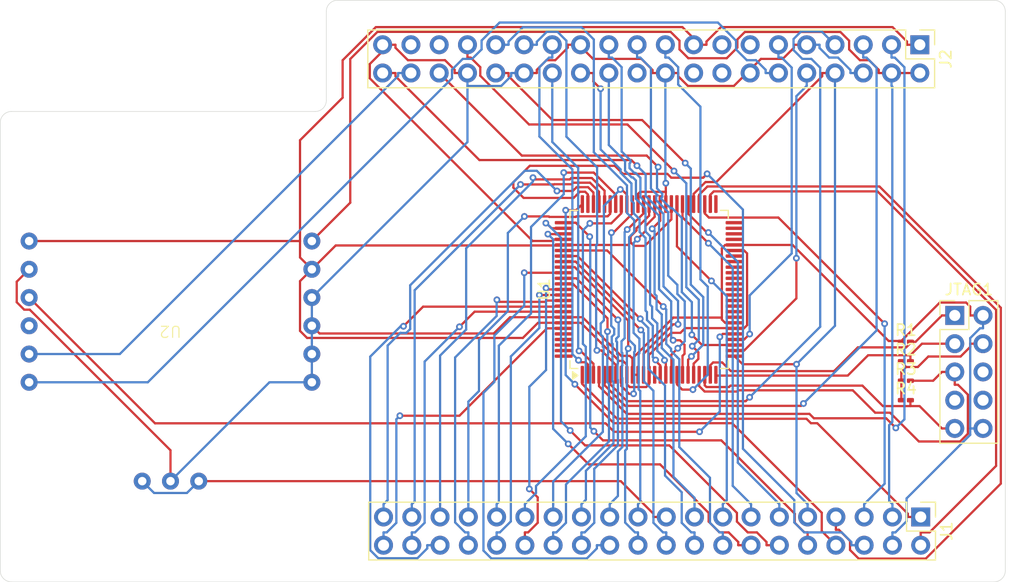
<source format=kicad_pcb>
(kicad_pcb (version 20240108) (generator "pcbnew") (generator_version "8.0")
  (layers (0 "F.Cu" signal) (31 "B.Cu" signal) (34 "B.Paste" user) (35 "F.Paste" user) (36 "B.SilkS" user "B.Silkscreen") (37 "F.SilkS" user "F.Silkscreen") (38 "B.Mask" user) (39 "F.Mask" user) (44 "Edge.Cuts" user))
  (net 0 "")
  (net 1 "/CLOCK")
  (net 2 "/RD")
  (net 3 "/D6")
  (net 4 "/A8")
  (net 5 "/A13")
  (net 6 "GND")
  (net 7 "/RFSH")
  (net 8 "/RESET")
  (net 9 "/SLTSL_1")
  (net 10 "/D7")
  (net 11 "/A11")
  (net 12 "/A6")
  (net 13 "/SLTSL_0")
  (net 14 "/A9")
  (net 15 "/BUSDIR")
  (net 16 "/D0")
  (net 17 "/SOUNDIN")
  (net 18 "/A15")
  (net 19 "/INT")
  (net 20 "/MREQ")
  (net 21 "/WAIT")
  (net 22 "/A3")
  (net 23 "/D1")
  (net 24 "/D5")
  (net 25 "/A12")
  (net 26 "+5V")
  (net 27 "/A2")
  (net 28 "/IORQ")
  (net 29 "/A1")
  (net 30 "/A4")
  (net 31 "/A0")
  (net 32 "/A7")
  (net 33 "/A14")
  (net 34 "/WR")
  (net 35 "/A5")
  (net 36 "/D2")
  (net 37 "/D3")
  (net 38 "/D4")
  (net 39 "/A10")
  (net 40 "/M1")
  (net 41 "/G6")
  (net 42 "/G1")
  (net 43 "/LRC")
  (net 45 "/G10")
  (net 46 "/G13")
  (net 48 "/G0")
  (net 49 "/GCLK")
  (net 51 "/G15")
  (net 52 "/G16")
  (net 54 "/G5")
  (net 55 "+3V3")
  (net 56 "/G7")
  (net 57 "/G4")
  (net 59 "/G9")
  (net 60 "/BCK")
  (net 61 "/G2")
  (net 62 "/G8")
  (net 63 "/G12")
  (net 64 "/DIN")
  (net 65 "/G11")
  (net 66 "/G17")
  (net 67 "/G3")
  (net 80 "/TMS")
  (net 87 "/TCK")
  (net 93 "/GCLK_OUT")
  (net 95 "/TDI")
  (net 96 "/TDO")
  (net 99 "/3V3")
  (footprint "Package_QFP:LQFP-100_14x14mm_P0.5mm" (layer "F.Cu") (at 124 71 90)
    (property "Reference" "U1")
    (property "Value" "EPM240T100")
  )
  (footprint "Connector_PinHeader_2.54mm:PinHeader_2x20_P2.54mm_Vertical" (layer "F.Cu") (at 148.4 91.46 -90)
    (property "Reference" "J1")
    (property "Value" "Conn_02x20_Odd_Even")
  )
  (footprint "Resistor_SMD:R_0201_0603Metric_Pad0.64x0.40mm_HandSolder" (layer "F.Cu") (at 147.0675 77.46)
    (property "Reference" "R2")
    (property "Value" "10K")
  )
  (footprint "Connector_PinHeader_2.54mm:PinHeader_2x05_P2.54mm_Vertical" (layer "F.Cu") (at 151.46 73.34)
    (property "Reference" "JTAG1")
    (property "Value" "CONN_02X05")
  )
  (footprint "Resistor_SMD:R_0201_0603Metric_Pad0.64x0.40mm_HandSolder" (layer "F.Cu") (at 147.0675 80.96)
    (property "Reference" "R4")
    (property "Value" "10K")
  )
  (footprint "footprint:PCM1808_EVB" (layer "F.Cu") (at 81 73 180)
    (property "Reference" "U2")
    (property "Value" "~")
  )
  (footprint "Connector_PinHeader_2.54mm:PinHeader_2x20_P2.54mm_Vertical" (layer "F.Cu") (at 148.32 49 -90)
    (property "Reference" "J2")
    (property "Value" "Raspberry_Pi_2_3")
  )
  (footprint "Resistor_SMD:R_0201_0603Metric_Pad0.64x0.40mm_HandSolder" (layer "F.Cu") (at 147.0675 79.21)
    (property "Reference" "R3")
    (property "Value" "10K")
  )
  (footprint "Resistor_SMD:R_0201_0603Metric_Pad0.64x0.40mm_HandSolder" (layer "F.Cu") (at 147.0675 75.71)
    (property "Reference" "R1")
    (property "Value" "10K")
  )
  (gr_arc (start 95 54) (mid 94.707107 54.707107) (end 94 55) (stroke (width 0.05)) (layer "Edge.Cuts"))
  (gr_arc (start 66.707107 97.292893) (mid 66 97) (end 65.707107 96.292893) (stroke (width 0.05)) (layer "Edge.Cuts"))
  (gr_line (start 65.707107 56) (end 65.707107 96.292893) (stroke (width 0.05)) (layer "Edge.Cuts"))
  (gr_line (start 156 46) (end 156 96.292893) (stroke (width 0.05)) (layer "Edge.Cuts"))
  (gr_line (start 94 55) (end 66.707107 55) (stroke (width 0.05)) (layer "Edge.Cuts"))
  (gr_line (start 155 97.292893) (end 66.707107 97.292893) (stroke (width 0.05)) (layer "Edge.Cuts"))
  (gr_line (start 96 45) (end 155 45) (stroke (width 0.05)) (layer "Edge.Cuts"))
  (gr_line (start 95 46) (end 95 54) (stroke (width 0.05)) (layer "Edge.Cuts"))
  (gr_arc (start 65.707107 56) (mid 66 55.292893) (end 66.707107 55) (stroke (width 0.05)) (layer "Edge.Cuts"))
  (gr_arc (start 155 45) (mid 155.707107 45.292893) (end 156 46) (stroke (width 0.05)) (layer "Edge.Cuts"))
  (gr_arc (start 95 46) (mid 95.292893 45.292893) (end 96 45) (stroke (width 0.05)) (layer "Edge.Cuts"))
  (gr_arc (start 156 96.292893) (mid 155.707107 97) (end 155 97.292893) (stroke (width 0.05)) (layer "Edge.Cuts"))
  (segment (start 123.5 63.325) (end 123.5 64.1651) (width 0.2) (layer "F.Cu") (net 1))
  (segment (start 123.5 64.1651) (end 122.054 65.6111) (width 0.2) (layer "F.Cu") (net 1))
  (segment (start 122.054 65.6111) (end 122.034 65.6111) (width 0.2) (layer "F.Cu") (net 1))
  (via (at 122.034 65.6111) (size 0.6) (drill 0.3) (layers "F.Cu" "B.Cu") (net 1))
  (segment (start 121.5628 78.9352) (end 121.5628 77.8623) (width 0.2) (layer "B.Cu") (net 1))
  (segment (start 121.197 85.574) (end 121.5987 85.1723) (width 0.2) (layer "B.Cu") (net 1))
  (segment (start 121.5987 85.1723) (end 121.5987 78.9711) (width 0.2) (layer "B.Cu") (net 1))
  (segment (start 121.5214 75.6637) (end 121.8016 75.3835) (width 0.2) (layer "B.Cu") (net 1))
  (segment (start 121.5628 77.8623) (end 121.5971 77.828) (width 0.2) (layer "B.Cu") (net 1))
  (segment (start 121.5214 76.6477) (end 121.5214 75.6637) (width 0.2) (layer "B.Cu") (net 1))
  (segment (start 120.46 90.3083) (end 121.197 89.5713) (width 0.2) (layer "B.Cu") (net 1))
  (segment (start 121.5971 77.828) (end 121.5971 76.7234) (width 0.2) (layer "B.Cu") (net 1))
  (segment (start 121.8016 65.8435) (end 122.034 65.6111) (width 0.2) (layer "B.Cu") (net 1))
  (segment (start 121.5987 78.9711) (end 121.5628 78.9352) (width 0.2) (layer "B.Cu") (net 1))
  (segment (start 121.8016 75.3835) (end 121.8016 65.8435) (width 0.2) (layer "B.Cu") (net 1))
  (segment (start 121.5971 76.7234) (end 121.5214 76.6477) (width 0.2) (layer "B.Cu") (net 1))
  (segment (start 121.197 89.5713) (end 121.197 85.574) (width 0.2) (layer "B.Cu") (net 1))
  (segment (start 120.46 91.46) (end 120.46 90.3083) (width 0.2) (layer "B.Cu") (net 1))
  (segment (start 120.8336 83.0301) (end 117.3293 79.5258) (width 0.2) (layer "F.Cu") (net 2))
  (segment (start 118 63.325) (end 117.4482 63.8768) (width 0.2) (layer "F.Cu") (net 2))
  (segment (start 140.78 94) (end 139.51 92.73) (width 0.2) (layer "F.Cu") (net 2))
  (segment (start 139.51 92.73) (end 139.51 91.0798) (width 0.2) (layer "F.Cu") (net 2))
  (segment (start 131.4603 83.0301) (end 120.8336 83.0301) (width 0.2) (layer "F.Cu") (net 2))
  (segment (start 117.4482 63.8768) (end 116.5034 63.8768) (width 0.2) (layer "F.Cu") (net 2))
  (segment (start 139.51 91.0798) (end 131.4603 83.0301) (width 0.2) (layer "F.Cu") (net 2))
  (via (at 116.5034 63.8768) (size 0.6) (drill 0.3) (layers "F.Cu" "B.Cu") (net 2))
  (via (at 117.3293 79.5258) (size 0.6) (drill 0.3) (layers "F.Cu" "B.Cu") (net 2))
  (segment (start 117.3293 79.5258) (end 116.5034 78.6999) (width 0.2) (layer "B.Cu") (net 2))
  (segment (start 116.5034 78.6999) (end 116.5034 63.8768) (width 0.2) (layer "B.Cu") (net 2))
  (segment (start 121.5341 62.0116) (end 121.4096 62.0116) (width 0.2) (layer "F.Cu") (net 3))
  (segment (start 122 62.4775) (end 121.5341 62.0116) (width 0.2) (layer "F.Cu") (net 3))
  (segment (start 122 63.325) (end 122 62.4775) (width 0.2) (layer "F.Cu") (net 3))
  (via (at 121.4096 62.0116) (size 0.6) (drill 0.3) (layers "F.Cu" "B.Cu") (net 3))
  (segment (start 119.8395 75.2409) (end 119.6497 75.0511) (width 0.2) (layer "B.Cu") (net 3))
  (segment (start 119.9146 76.2328) (end 119.8395 76.1577) (width 0.2) (layer "B.Cu") (net 3))
  (segment (start 119.8395 76.1577) (end 119.8395 75.2409) (width 0.2) (layer "B.Cu") (net 3))
  (segment (start 119.6497 75.0511) (end 119.6497 74.066) (width 0.2) (layer "B.Cu") (net 3))
  (segment (start 119.843 76.8028) (end 119.9146 76.7312) (width 0.2) (layer "B.Cu") (net 3))
  (segment (start 119.9146 76.7312) (end 119.9146 76.2328) (width 0.2) (layer "B.Cu") (net 3))
  (segment (start 115.38 91.46) (end 115.38 90.3083) (width 0.2) (layer "B.Cu") (net 3))
  (segment (start 119.6497 74.066) (end 119.937 73.7787) (width 0.2) (layer "B.Cu") (net 3))
  (segment (start 115.38 90.3083) (end 115.38 88.2734) (width 0.2) (layer "B.Cu") (net 3))
  (segment (start 119.937 73.7787) (end 119.937 63.4842) (width 0.2) (layer "B.Cu") (net 3))
  (segment (start 119.843 83.8104) (end 119.843 76.8028) (width 0.2) (layer "B.Cu") (net 3))
  (segment (start 115.38 88.2734) (end 119.843 83.8104) (width 0.2) (layer "B.Cu") (net 3))
  (segment (start 119.937 63.4842) (end 121.4096 62.0116) (width 0.2) (layer "B.Cu") (net 3))
  (segment (start 116.325 69.5) (end 112.783 69.5) (width 0.2) (layer "F.Cu") (net 4))
  (via (at 112.783 69.5) (size 0.6) (drill 0.3) (layers "F.Cu" "B.Cu") (net 4))
  (segment (start 110.0986 75.1469) (end 112.783 72.4625) (width 0.2) (layer "B.Cu") (net 4))
  (segment (start 110.0986 79.3194) (end 110.0986 75.1469) (width 0.2) (layer "B.Cu") (net 4))
  (segment (start 109.8248 95.1915) (end 109.1158 94.4825) (width 0.2) (layer "B.Cu") (net 4))
  (segment (start 112.783 72.4625) (end 112.783 69.5) (width 0.2) (layer "B.Cu") (net 4))
  (segment (start 120.46 94) (end 119.3083 94) (width 0.2) (layer "B.Cu") (net 4))
  (segment (start 118.4047 95.1915) (end 109.8248 95.1915) (width 0.2) (layer "B.Cu") (net 4))
  (segment (start 119.3083 94) (end 119.3083 94.2879) (width 0.2) (layer "B.Cu") (net 4))
  (segment (start 109.1158 80.3022) (end 110.0986 79.3194) (width 0.2) (layer "B.Cu") (net 4))
  (segment (start 109.1158 94.4825) (end 109.1158 80.3022) (width 0.2) (layer "B.Cu") (net 4))
  (segment (start 119.3083 94.2879) (end 118.4047 95.1915) (width 0.2) (layer "B.Cu") (net 4))
  (segment (start 124.9884 86.7325) (end 129.35 91.0941) (width 0.2) (layer "F.Cu") (net 5))
  (segment (start 129.35 91.0941) (end 129.35 91.8784) (width 0.2) (layer "F.Cu") (net 5))
  (segment (start 129.35 91.8784) (end 130.3199 92.8483) (width 0.2) (layer "F.Cu") (net 5))
  (segment (start 116.325 66) (end 116.2989 66.0261) (width 0.2) (layer "F.Cu") (net 5))
  (segment (start 131.1446 92.8483) (end 132.0083 93.712) (width 0.2) (layer "F.Cu") (net 5))
  (segment (start 118.574 86.7325) (end 124.9884 86.7325) (width 0.2) (layer "F.Cu") (net 5))
  (segment (start 132.0083 93.712) (end 132.0083 94) (width 0.2) (layer "F.Cu") (net 5))
  (segment (start 133.16 94) (end 132.0083 94) (width 0.2) (layer "F.Cu") (net 5))
  (segment (start 116.2989 66.0261) (end 114.9057 66.0261) (width 0.2) (layer "F.Cu") (net 5))
  (segment (start 130.3199 92.8483) (end 131.1446 92.8483) (width 0.2) (layer "F.Cu") (net 5))
  (segment (start 116.7317 84.8902) (end 118.574 86.7325) (width 0.2) (layer "F.Cu") (net 5))
  (via (at 114.9057 66.0261) (size 0.6) (drill 0.3) (layers "F.Cu" "B.Cu") (net 5))
  (via (at 116.7317 84.8902) (size 0.6) (drill 0.3) (layers "F.Cu" "B.Cu") (net 5))
  (segment (start 115.3772 66.4976) (end 114.9057 66.0261) (width 0.2) (layer "B.Cu") (net 5))
  (segment (start 116.7317 84.8902) (end 115.3772 83.5357) (width 0.2) (layer "B.Cu") (net 5))
  (segment (start 115.3772 83.5357) (end 115.3772 66.4976) (width 0.2) (layer "B.Cu") (net 5))
  (segment (start 118.9594 50.27) (end 123.3068 50.27) (width 0.2) (layer "F.Cu") (net 6))
  (segment (start 67.1853 72.1501) (end 67.1853 70.3047) (width 0.2) (layer "F.Cu") (net 6))
  (segment (start 126.6117 51.8279) (end 127.4852 52.7014) (width 0.2) (layer "F.Cu") (net 6))
  (segment (start 107.68 51.54) (end 106.5283 51.54) (width 0.2) (layer "F.Cu") (net 6))
  (segment (start 122.5 77.2062) (end 122.2655 76.9717) (width 0.2) (layer "F.Cu") (net 6))
  (segment (start 154 73.34) (end 152.8483 73.34) (width 0.2) (layer "F.Cu") (net 6))
  (segment (start 123.3068 50.27) (end 124.3083 51.2715) (width 0.2) (layer "F.Cu") (net 6))
  (segment (start 115.3496 66.6423) (end 113.5306 66.6423) (width 0.2) (layer "F.Cu") (net 6))
  (segment (start 145.524 75.635) (end 146.66 75.635) (width 0.2) (layer "F.Cu") (net 6))
  (segment (start 67.1853 70.3047) (end 68.3 69.19) (width 0.2) (layer "F.Cu") (net 6))
  (segment (start 123.1926 62.223) (end 125.5 62.223) (width 0.2) (layer "F.Cu") (net 6))
  (segment (start 115.5685 50.3883) (end 116.6883 49.2685) (width 0.2) (layer "F.Cu") (net 6))
  (segment (start 150.1133 72.1817) (end 146.66 75.635) (width 0.2) (layer "F.Cu") (net 6))
  (segment (start 126.6117 51.54) (end 126.6117 51.8279) (width 0.2) (layer "F.Cu") (net 6))
  (segment (start 100.06 49) (end 100.6359 49) (width 0.2) (layer "F.Cu") (net 6))
  (segment (start 67.8567 72.8215) (end 67.1853 72.1501) (width 0.2) (layer "F.Cu") (net 6))
  (segment (start 125.46 51.54) (end 124.3083 51.54) (width 0.2) (layer "F.Cu") (net 6))
  (segment (start 112.76 51.54) (end 113.9117 51.54) (width 0.2) (layer "F.Cu") (net 6))
  (segment (start 98.9074 50.7285) (end 100.6359 49) (width 0.2) (layer "F.Cu") (net 6))
  (segment (start 127.4852 52.7014) (end 131.6174 52.7014) (width 0.2) (layer "F.Cu") (net 6))
  (segment (start 138.16 49) (end 137.0083 49) (width 0.2) (layer "F.Cu") (net 6))
  (segment (start 130.5354 73.5304) (end 130.5354 73.7085) (width 0.2) (layer "F.Cu") (net 6))
  (segment (start 115.4919 66.5) (end 115.3496 66.6423) (width 0.2) (layer "F.Cu") (net 6))
  (segment (start 136.0068 50.27) (end 137.0083 49.2685) (width 0.2) (layer "F.Cu") (net 6))
  (segment (start 125.46 51.54) (end 126.6117 51.54) (width 0.2) (layer "F.Cu") (net 6))
  (segment (start 117.6894 49) (end 118.9594 50.27) (width 0.2) (layer "F.Cu") (net 6))
  (segment (start 116.6883 49.2685) (end 116.6883 49) (width 0.2) (layer "F.Cu") (net 6))
  (segment (start 98.9074 52.0191) (end 98.9074 50.7285) (width 0.2) (layer "F.Cu") (net 6))
  (segment (start 106.5283 51.252) (end 105.6646 50.3883) (width 0.2) (layer "F.Cu") (net 6))
  (segment (start 117.84 49) (end 117.6894 49) (width 0.2) (layer "F.Cu") (net 6))
  (segment (start 123 63.325) (end 123 62.4156) (width 0.2) (layer "F.Cu") (net 6))
  (segment (start 124.3083 51.2715) (end 124.3083 51.54) (width 0.2) (layer "F.Cu") (net 6))
  (segment (start 93.7 74.27) (end 94.3913 74.9613) (width 0.2) (layer "F.Cu") (net 6))
  (segment (start 102.3315 50.3883) (end 101.2117 49.2685) (width 0.2) (layer "F.Cu") (net 6))
  (segment (start 94.3913 74.9613) (end 110.0411 74.9613) (width 0.2) (layer "F.Cu") (net 6))
  (segment (start 132.7788 51.54) (end 134.0488 50.27) (width 0.2) (layer "F.Cu") (net 6))
  (segment (start 100.6359 49) (end 101.2117 49) (width 0.2) (layer "F.Cu") (net 6))
  (segment (start 133.08 51.54) (end 132.7788 51.54) (width 0.2) (layer "F.Cu") (net 6))
  (segment (start 117.6894 49) (end 117.5388 49) (width 0.2) (layer "F.Cu") (net 6))
  (segment (start 122.5 77.2062) (end 126.1758 73.5304) (width 0.2) (layer "F.Cu") (net 6))
  (segment (start 81 88.24) (end 81 85.4656) (width 0.2) (layer "F.Cu") (net 6))
  (segment (start 131.675 67) (end 130.8353 67) (width 0.2) (layer "F.Cu") (net 6))
  (segment (start 122.2655 76.9717) (end 121.4901 76.9717) (width 0.2) (layer "F.Cu") (net 6))
  (segment (start 81 85.4656) (end 68.3559 72.8215) (width 0.2) (layer "F.Cu") (net 6))
  (segment (start 101.2117 49.2685) (end 101.2117 49) (width 0.2) (layer "F.Cu") (net 6))
  (segment (start 152.8483 72.5482) (end 152.4818 72.1817) (width 0.2) (layer "F.Cu") (net 6))
  (segment (start 130.5354 73.7085) (end 130.8269 74) (width 0.2) (layer "F.Cu") (net 6))
  (segment (start 116.325 66.5) (end 115.4919 66.5) (width 0.2) (layer "F.Cu") (net 6))
  (segment (start 134.0488 50.27) (end 136.0068 50.27) (width 0.2) (layer "F.Cu") (net 6))
  (segment (start 131.675 67) (end 136.889 67) (width 0.2) (layer "F.Cu") (net 6))
  (segment (start 118.0184 73.5) (end 116.325 73.5) (width 0.2) (layer "F.Cu") (net 6))
  (segment (start 68.3559 72.8215) (end 67.8567 72.8215) (width 0.2) (layer "F.Cu") (net 6))
  (segment (start 117.2642 49) (end 117.5388 49) (width 0.2) (layer "F.Cu") (net 6))
  (segment (start 113.9117 51.54) (end 113.9117 51.252) (width 0.2) (layer "F.Cu") (net 6))
  (segment (start 137.0083 49.2685) (end 137.0083 49) (width 0.2) (layer "F.Cu") (net 6))
  (segment (start 113.5306 66.6423) (end 98.9074 52.0191) (width 0.2) (layer "F.Cu") (net 6))
  (segment (start 106.5283 51.54) (end 106.5283 51.252) (width 0.2) (layer "F.Cu") (net 6))
  (segment (start 110.0411 74.9613) (end 111.5024 73.5) (width 0.2) (layer "F.Cu") (net 6))
  (segment (start 152.4818 72.1817) (end 150.1133 72.1817) (width 0.2) (layer "F.Cu") (net 6))
  (segment (start 152.8483 73.34) (end 152.8483 72.5482) (width 0.2) (layer "F.Cu") (net 6))
  (segment (start 146.66 75.635) (end 146.66 75.71) (width 0.2) (layer "F.Cu") (net 6))
  (segment (start 131.6174 52.7014) (end 132.7788 51.54) (width 0.2) (layer "F.Cu") (net 6))
  (segment (start 130.8269 74) (end 131.675 74) (width 0.2) (layer "F.Cu") (net 6))
  (segment (start 130.8353 67) (end 130.5354 67.2999) (width 0.2) (layer "F.Cu") (net 6))
  (segment (start 111.5024 73.5) (end 116.325 73.5) (width 0.2) (layer "F.Cu") (net 6))
  (segment (start 121.4901 76.9717) (end 118.0184 73.5) (width 0.2) (layer "F.Cu") (net 6))
  (segment (start 123 62.4156) (end 123.1926 62.223) (width 0.2) (layer "F.Cu") (net 6))
  (segment (start 130.5354 67.2999) (end 130.5354 73.5304) (width 0.2) (layer "F.Cu") (net 6))
  (segment (start 105.6646 50.3883) (end 102.3315 50.3883) (width 0.2) (layer "F.Cu") (net 6))
  (segment (start 113.9117 51.252) (end 114.7754 50.3883) (width 0.2) (layer "F.Cu") (net 6))
  (segment (start 123 78.675) (end 122.5 78.675) (width 0.2) (layer "F.Cu") (net 6))
  (segment (start 125.5 62.223) (end 125.5 63.325) (width 0.2) (layer "F.Cu") (net 6))
  (segment (start 125.5 62.223) (end 125.5 61.448) (width 0.2) (layer "F.Cu") (net 6))
  (segment (start 126.1758 73.5304) (end 130.5354 73.5304) (width 0.2) (layer "F.Cu") (net 6))
  (segment (start 122.5 78.675) (end 122.5 77.2062) (width 0.2) (layer "F.Cu") (net 6))
  (segment (start 136.889 67) (end 145.524 75.635) (width 0.2) (layer "F.Cu") (net 6))
  (segment (start 114.7754 50.3883) (end 115.5685 50.3883) (width 0.2) (layer "F.Cu") (net 6))
  (segment (start 117.2642 49) (end 116.6883 49) (width 0.2) (layer "F.Cu") (net 6))
  (via (at 125.5 61.448) (size 0.6) (drill 0.3) (layers "F.Cu" "B.Cu") (net 6))
  (segment (start 152.8483 83.5) (end 152.8483 75.3749) (width 0.2) (layer "B.Cu") (net 6))
  (segment (start 138.16 49) (end 139.3117 49) (width 0.2) (layer "B.Cu") (net 6))
  (segment (start 110.7119 52.7049) (end 107.68 52.7049) (width 0.2) (layer "B.Cu") (net 6))
  (segment (start 107.68 52.7049) (end 107.68 51.54) (width 0.2) (layer "B.Cu") (net 6))
  (segment (start 111.6083 51.54) (end 111.6083 51.8085) (width 0.2) (layer "B.Cu") (net 6))
  (segment (start 93.7 74.27) (end 93.7 71.73) (width 0.2) (layer "B.Cu") (net 6))
  (segment (start 139.3117 49.288) (end 140.1754 50.1517) (width 0.2) (layer "B.Cu") (net 6))
  (segment (start 139.3117 49) (end 139.3117 49.288) (width 0.2) (layer "B.Cu") (net 6))
  (segment (start 89.89 79.35) (end 81 88.24) (width 0.2) (layer "B.Cu") (net 6))
  (segment (start 154 73.34) (end 154 74.4917) (width 0.2) (layer "B.Cu") (net 6))
  (segment (start 111.6083 51.8085) (end 110.7119 52.7049) (width 0.2) (layer "B.Cu") (net 6))
  (segment (start 93.7 71.73) (end 107.68 57.75) (width 0.2) (layer "B.Cu") (net 6))
  (segment (start 93.7 79.35) (end 89.89 79.35) (width 0.2) (layer "B.Cu") (net 6))
  (segment (start 152.8483 84.0758) (end 152.8483 83.5) (width 0.2) (layer "B.Cu") (net 6))
  (segment (start 125.46 61.408) (end 125.5 61.448) (width 0.2) (layer "B.Cu") (net 6))
  (segment (start 107.68 57.75) (end 107.68 52.7049) (width 0.2) (layer "B.Cu") (net 6))
  (segment (start 143.24 51.54) (end 142.0883 51.54) (width 0.2) (layer "B.Cu") (net 6))
  (segment (start 153.7315 74.4917) (end 154 74.4917) (width 0.2) (layer "B.Cu") (net 6))
  (segment (start 140.9685 50.1517) (end 142.0883 51.2715) (width 0.2) (layer "B.Cu") (net 6))
  (segment (start 140.1754 50.1517) (end 140.9685 50.1517) (width 0.2) (layer "B.Cu") (net 6))
  (segment (start 154 83.5) (end 152.8483 83.5) (width 0.2) (layer "B.Cu") (net 6))
  (segment (start 145.86 92.8483) (end 146.1285 92.8483) (width 0.2) (layer "B.Cu") (net 6))
  (segment (start 93.7 79.35) (end 93.7 76.81) (width 0.2) (layer "B.Cu") (net 6))
  (segment (start 125.46 51.54) (end 125.46 52.6917) (width 0.2) (layer "B.Cu") (net 6))
  (segment (start 147.13 91.8468) (end 147.13 89.7941) (width 0.2) (layer "B.Cu") (net 6))
  (segment (start 142.0883 51.2715) (end 142.0883 51.54) (width 0.2) (layer "B.Cu") (net 6))
  (segment (start 147.13 89.7941) (end 152.8483 84.0758) (width 0.2) (layer "B.Cu") (net 6))
  (segment (start 146.1285 92.8483) (end 147.13 91.8468) (width 0.2) (layer "B.Cu") (net 6))
  (segment (start 112.76 51.54) (end 111.6083 51.54) (width 0.2) (layer "B.Cu") (net 6))
  (segment (start 152.8483 75.3749) (end 153.7315 74.4917) (width 0.2) (layer "B.Cu") (net 6))
  (segment (start 145.86 94) (end 145.86 92.8483) (width 0.2) (layer "B.Cu") (net 6))
  (segment (start 93.7 76.81) (end 93.7 74.27) (width 0.2) (layer "B.Cu") (net 6))
  (segment (start 125.46 52.6917) (end 125.46 61.408) (width 0.2) (layer "B.Cu") (net 6))
  (segment (start 126.5 67.134) (end 126.5 63.325) (width 0.2) (layer "F.Cu") (net 7))
  (segment (start 129.599 70.233) (end 126.5 67.134) (width 0.2) (layer "F.Cu") (net 7))
  (via (at 129.599 70.233) (size 0.6) (drill 0.3) (layers "F.Cu" "B.Cu") (net 7))
  (segment (start 130.9772 89.9511) (end 130.9772 71.6112) (width 0.2) (layer "B.Cu") (net 7))
  (segment (start 130.62 91.46) (end 130.62 90.3083) (width 0.2) (layer "B.Cu") (net 7))
  (segment (start 130.9772 71.6112) (end 129.599 70.233) (width 0.2) (layer "B.Cu") (net 7))
  (segment (start 130.62 90.3083) (end 130.9772 89.9511) (width 0.2) (layer "B.Cu") (net 7))
  (segment (start 127.5 63.325) (end 127.5 64.1886) (width 0.2) (layer "F.Cu") (net 8))
  (segment (start 127.5 64.1886) (end 129.1957 65.8843) (width 0.2) (layer "F.Cu") (net 8))
  (segment (start 129.1957 65.8843) (end 129.3265 65.8843) (width 0.2) (layer "F.Cu") (net 8))
  (via (at 129.3265 65.8843) (size 0.6) (drill 0.3) (layers "F.Cu" "B.Cu") (net 8))
  (segment (start 131.9698 68.5276) (end 129.3265 65.8843) (width 0.2) (layer "B.Cu") (net 8))
  (segment (start 135.7 91.46) (end 135.7 90.3083) (width 0.2) (layer "B.Cu") (net 8))
  (segment (start 131.9698 86.5781) (end 131.9698 68.5276) (width 0.2) (layer "B.Cu") (net 8))
  (segment (start 135.7 90.3083) (end 131.9698 86.5781) (width 0.2) (layer "B.Cu") (net 8))
  (segment (start 129.8051 62.1849) (end 129.5 62.49) (width 0.2) (layer "F.Cu") (net 9))
  (segment (start 148.4 92.8483) (end 149.1918 92.8483) (width 0.2) (layer "F.Cu") (net 9))
  (segment (start 144.5194 62.1849) (end 129.8051 62.1849) (width 0.2) (layer "F.Cu") (net 9))
  (segment (start 155.173 86.8671) (end 155.173 72.8385) (width 0.2) (layer "F.Cu") (net 9))
  (segment (start 149.1918 92.8483) (end 155.173 86.8671) (width 0.2) (layer "F.Cu") (net 9))
  (segment (start 129.5 62.49) (end 129.5 63.325) (width 0.2) (layer "F.Cu") (net 9))
  (segment (start 155.173 72.8385) (end 144.5194 62.1849) (width 0.2) (layer "F.Cu") (net 9))
  (segment (start 148.4 94) (end 148.4 92.8483) (width 0.2) (layer "F.Cu") (net 9))
  (segment (start 120.792 65.89) (end 122.5 64.182) (width 0.2) (layer "F.Cu") (net 10))
  (segment (start 120.6159 65.89) (end 120.792 65.89) (width 0.2) (layer "F.Cu") (net 10))
  (segment (start 122.5 64.182) (end 122.5 63.325) (width 0.2) (layer "F.Cu") (net 10))
  (via (at 120.6159 65.89) (size 0.6) (drill 0.3) (layers "F.Cu" "B.Cu") (net 10))
  (segment (start 120.5967 65.9092) (end 120.6159 65.89) (width 0.2) (layer "B.Cu") (net 10))
  (segment (start 120.718 77.0638) (end 120.718 75.9002) (width 0.2) (layer "B.Cu") (net 10))
  (segment (start 120.8632 75.0411) (end 120.8632 74.5413) (width 0.2) (layer "B.Cu") (net 10))
  (segment (start 118.3217 87.3133) (end 120.7953 84.8397) (width 0.2) (layer "B.Cu") (net 10))
  (segment (start 120.8632 74.5413) (end 120.5967 74.2748) (width 0.2) (layer "B.Cu") (net 10))
  (segment (start 118.3217 89.9066) (end 118.3217 87.3133) (width 0.2) (layer "B.Cu") (net 10))
  (segment (start 120.5967 74.2748) (end 120.5967 65.9092) (width 0.2) (layer "B.Cu") (net 10))
  (segment (start 120.718 75.9002) (end 120.6444 75.8266) (width 0.2) (layer "B.Cu") (net 10))
  (segment (start 120.7953 79.3037) (end 120.7112 79.2196) (width 0.2) (layer "B.Cu") (net 10))
  (segment (start 120.6444 75.8266) (end 120.6444 75.2599) (width 0.2) (layer "B.Cu") (net 10))
  (segment (start 120.6444 75.2599) (end 120.8632 75.0411) (width 0.2) (layer "B.Cu") (net 10))
  (segment (start 120.7112 77.0706) (end 120.718 77.0638) (width 0.2) (layer "B.Cu") (net 10))
  (segment (start 117.92 91.46) (end 117.92 90.3083) (width 0.2) (layer "B.Cu") (net 10))
  (segment (start 120.7112 79.2196) (end 120.7112 77.0706) (width 0.2) (layer "B.Cu") (net 10))
  (segment (start 120.7953 84.8397) (end 120.7953 79.3037) (width 0.2) (layer "B.Cu") (net 10))
  (segment (start 117.92 90.3083) (end 118.3217 89.9066) (width 0.2) (layer "B.Cu") (net 10))
  (segment (start 117.5665 68) (end 116.325 68) (width 0.2) (layer "F.Cu") (net 11))
  (segment (start 123.207 73.6405) (end 117.5665 68) (width 0.2) (layer "F.Cu") (net 11))
  (via (at 123.207 73.6405) (size 0.6) (drill 0.3) (layers "F.Cu" "B.Cu") (net 11))
  (segment (start 126.9283 89.2393) (end 125.4292 87.7402) (width 0.2) (layer "B.Cu") (net 11))
  (segment (start 127.792 92.8483) (end 126.9283 91.9846) (width 0.2) (layer "B.Cu") (net 11))
  (segment (start 126.9283 91.9846) (end 126.9283 89.2393) (width 0.2) (layer "B.Cu") (net 11))
  (segment (start 123.93 78.138) (end 123.93 74.4716) (width 0.2) (layer "B.Cu") (net 11))
  (segment (start 128.08 94) (end 128.08 92.8483) (width 0.2) (layer "B.Cu") (net 11))
  (segment (start 125.4292 79.6372) (end 123.93 78.138) (width 0.2) (layer "B.Cu") (net 11))
  (segment (start 128.08 92.8483) (end 127.792 92.8483) (width 0.2) (layer "B.Cu") (net 11))
  (segment (start 123.93 74.4716) (end 123.207 73.7486) (width 0.2) (layer "B.Cu") (net 11))
  (segment (start 123.207 73.7486) (end 123.207 73.6405) (width 0.2) (layer "B.Cu") (net 11))
  (segment (start 125.4292 87.7402) (end 125.4292 79.6372) (width 0.2) (layer "B.Cu") (net 11))
  (segment (start 116.325 70.5) (end 117.1581 70.5) (width 0.2) (layer "F.Cu") (net 12))
  (segment (start 120.2614 73.6033) (end 120.2614 74.7904) (width 0.2) (layer "F.Cu") (net 12))
  (segment (start 117.1581 70.5) (end 120.2614 73.6033) (width 0.2) (layer "F.Cu") (net 12))
  (via (at 120.2614 74.7904) (size 0.6) (drill 0.3) (layers "F.Cu" "B.Cu") (net 12))
  (segment (start 115.38 92.8483) (end 115.668 92.8483) (width 0.2) (layer "B.Cu") (net 12))
  (segment (start 120.3936 79.47) (end 120.2447 79.3211) (width 0.2) (layer "B.Cu") (net 12))
  (segment (start 120.2447 76.9691) (end 120.3163 76.8975) (width 0.2) (layer "B.Cu") (net 12))
  (segment (start 120.3936 84.6734) (end 120.3936 79.47) (width 0.2) (layer "B.Cu") (net 12))
  (segment (start 120.2447 79.3211) (end 120.2447 76.9691) (width 0.2) (layer "B.Cu") (net 12))
  (segment (start 120.2427 75.9929) (end 120.2427 74.8091) (width 0.2) (layer "B.Cu") (net 12))
  (segment (start 120.2427 74.8091) (end 120.2614 74.7904) (width 0.2) (layer "B.Cu") (net 12))
  (segment (start 116.5317 88.5353) (end 120.3936 84.6734) (width 0.2) (layer "B.Cu") (net 12))
  (segment (start 115.38 94) (end 115.38 92.8483) (width 0.2) (layer "B.Cu") (net 12))
  (segment (start 116.5317 91.9846) (end 116.5317 88.5353) (width 0.2) (layer "B.Cu") (net 12))
  (segment (start 120.3163 76.8975) (end 120.3163 76.0665) (width 0.2) (layer "B.Cu") (net 12))
  (segment (start 120.3163 76.0665) (end 120.2427 75.9929) (width 0.2) (layer "B.Cu") (net 12))
  (segment (start 115.668 92.8483) (end 116.5317 91.9846) (width 0.2) (layer "B.Cu") (net 12))
  (segment (start 148.4 91.46) (end 147.2483 91.46) (width 0.2) (layer "F.Cu") (net 13))
  (segment (start 147.2483 91.1719) (end 147.2483 91.46) (width 0.2) (layer "F.Cu") (net 13))
  (segment (start 121.1189 82.6283) (end 138.1367 82.6283) (width 0.2) (layer "F.Cu") (net 13))
  (segment (start 118 79.5094) (end 121.1189 82.6283) (width 0.2) (layer "F.Cu") (net 13))
  (segment (start 118 78.675) (end 118 79.5094) (width 0.2) (layer "F.Cu") (net 13))
  (segment (start 138.5384 83.03) (end 139.1064 83.03) (width 0.2) (layer "F.Cu") (net 13))
  (segment (start 138.1367 82.6283) (end 138.5384 83.03) (width 0.2) (layer "F.Cu") (net 13))
  (segment (start 139.1064 83.03) (end 147.2483 91.1719) (width 0.2) (layer "F.Cu") (net 13))
  (segment (start 122.1232 73.8035) (end 122.1232 76.3172) (width 0.2) (layer "F.Cu") (net 14))
  (segment (start 117.3197 69) (end 122.1232 73.8035) (width 0.2) (layer "F.Cu") (net 14))
  (segment (start 116.325 69) (end 117.3197 69) (width 0.2) (layer "F.Cu") (net 14))
  (via (at 122.1232 76.3172) (size 0.6) (drill 0.3) (layers "F.Cu" "B.Cu") (net 14))
  (segment (start 122.0004 85.3386) (end 122.0004 76.44) (width 0.2) (layer "B.Cu") (net 14))
  (segment (start 122.0004 76.44) (end 122.1232 76.3172) (width 0.2) (layer "B.Cu") (net 14))
  (segment (start 121.8474 85.4916) (end 122.0004 85.3386) (width 0.2) (layer "B.Cu") (net 14))
  (segment (start 121.8474 91.9642) (end 121.8474 85.4916) (width 0.2) (layer "B.Cu") (net 14))
  (segment (start 122.7315 92.8483) (end 121.8474 91.9642) (width 0.2) (layer "B.Cu") (net 14))
  (segment (start 123 94) (end 123 92.8483) (width 0.2) (layer "B.Cu") (net 14))
  (segment (start 123 92.8483) (end 122.7315 92.8483) (width 0.2) (layer "B.Cu") (net 14))
  (segment (start 125 64.8219) (end 124.2761 65.5458) (width 0.2) (layer "F.Cu") (net 15))
  (segment (start 125 63.325) (end 125 64.8219) (width 0.2) (layer "F.Cu") (net 15))
  (via (at 124.2761 65.5458) (size 0.6) (drill 0.3) (layers "F.Cu" "B.Cu") (net 15))
  (segment (start 124.4902 71.4052) (end 124.4902 65.7599) (width 0.2) (layer "B.Cu") (net 15))
  (segment (start 124.6713 72.7897) (end 124.6713 71.5863) (width 0.2) (layer "B.Cu") (net 15))
  (segment (start 125.1366 76.2706) (end 125.1366 73.2549) (width 0.2) (layer "B.Cu") (net 15))
  (segment (start 126.187 87.8474) (end 126.187 77.321) (width 0.2) (layer "B.Cu") (net 15))
  (segment (start 124.6713 71.5863) (end 124.4902 71.4052) (width 0.2) (layer "B.Cu") (net 15))
  (segment (start 125.1365 73.2549) (end 124.6713 72.7897) (width 0.2) (layer "B.Cu") (net 15))
  (segment (start 124.4902 65.7599) (end 124.2761 65.5458) (width 0.2) (layer "B.Cu") (net 15))
  (segment (start 126.187 77.321) (end 125.1366 76.2706) (width 0.2) (layer "B.Cu") (net 15))
  (segment (start 128.08 90.3083) (end 128.08 89.7404) (width 0.2) (layer "B.Cu") (net 15))
  (segment (start 125.1366 73.2549) (end 125.1365 73.2549) (width 0.2) (layer "B.Cu") (net 15))
  (segment (start 128.08 89.7404) (end 126.187 87.8474) (width 0.2) (layer "B.Cu") (net 15))
  (segment (start 128.08 91.46) (end 128.08 90.3083) (width 0.2) (layer "B.Cu") (net 15))
  (segment (start 118.5218 61.8106) (end 119 62.2888) (width 0.2) (layer "F.Cu") (net 16))
  (segment (start 119 62.2888) (end 119 63.325) (width 0.2) (layer "F.Cu") (net 16))
  (segment (start 115.7223 62.1458) (end 117.1465 62.1458) (width 0.2) (layer "F.Cu") (net 16))
  (segment (start 117.1465 62.1458) (end 117.4817 61.8106) (width 0.2) (layer "F.Cu") (net 16))
  (segment (start 117.4817 61.8106) (end 118.5218 61.8106) (width 0.2) (layer "F.Cu") (net 16))
  (via (at 115.7223 62.1458) (size 0.6) (drill 0.3) (layers "F.Cu" "B.Cu") (net 16))
  (segment (start 101.6621 74.894) (end 101.683 74.9149) (width 0.2) (layer "B.Cu") (net 16))
  (segment (start 113.9083 60.3318) (end 115.7223 62.1458) (width 0.2) (layer "B.Cu") (net 16))
  (segment (start 112.8273 60.3318) (end 113.9083 60.3318) (width 0.2) (layer "B.Cu") (net 16))
  (segment (start 101.662 74.894) (end 101.6621 74.894) (width 0.2) (layer "B.Cu") (net 16))
  (segment (start 102.5338 74.5624) (end 102.5338 70.6253) (width 0.2) (layer "B.Cu") (net 16))
  (segment (start 102.1813 74.9149) (end 102.5338 74.5624) (width 0.2) (layer "B.Cu") (net 16))
  (segment (start 100.5081 76.0479) (end 101.662 74.894) (width 0.2) (layer "B.Cu") (net 16))
  (segment (start 100.14 91.46) (end 100.14 90.3083) (width 0.2) (layer "B.Cu") (net 16))
  (segment (start 100.5081 89.9402) (end 100.5081 76.0479) (width 0.2) (layer "B.Cu") (net 16))
  (segment (start 102.5338 70.6253) (end 112.8273 60.3318) (width 0.2) (layer "B.Cu") (net 16))
  (segment (start 101.683 74.9149) (end 102.1813 74.9149) (width 0.2) (layer "B.Cu") (net 16))
  (segment (start 100.14 90.3083) (end 100.5081 89.9402) (width 0.2) (layer "B.Cu") (net 16))
  (segment (start 125.54 91.46) (end 124.3883 91.46) (width 0.2) (layer "F.Cu") (net 17))
  (segment (start 124.3883 91.1721) (end 121.4562 88.24) (width 0.2) (layer "F.Cu") (net 17))
  (segment (start 121.4562 88.24) (end 83.54 88.24) (width 0.2) (layer "F.Cu") (net 17))
  (segment (start 124.3883 91.46) (end 124.3883 91.1721) (width 0.2) (layer "F.Cu") (net 17))
  (segment (start 78.46 88.24) (end 79.525 89.305) (width 0.2) (layer "B.Cu") (net 17))
  (segment (start 82.475 89.305) (end 83.54 88.24) (width 0.2) (layer "B.Cu") (net 17))
  (segment (start 79.525 89.305) (end 82.475 89.305) (width 0.2) (layer "B.Cu") (net 17))
  (segment (start 137.952 92.8483) (end 137.0883 91.9846) (width 0.2) (layer "F.Cu") (net 18))
  (segment (start 137.0883 91.1743) (end 130.4868 84.5728) (width 0.2) (layer "F.Cu") (net 18))
  (segment (start 118.6619 66.2559) (end 117.406 65) (width 0.2) (layer "F.Cu") (net 18))
  (segment (start 117.406 65) (end 116.325 65) (width 0.2) (layer "F.Cu") (net 18))
  (segment (start 138.24 92.8483) (end 137.952 92.8483) (width 0.2) (layer "F.Cu") (net 18))
  (segment (start 137.0883 91.9846) (end 137.0883 91.1743) (width 0.2) (layer "F.Cu") (net 18))
  (segment (start 130.4868 84.5728) (end 119.8562 84.5728) (width 0.2) (layer "F.Cu") (net 18))
  (segment (start 119.8562 84.5728) (end 119.037 83.7536) (width 0.2) (layer "F.Cu") (net 18))
  (segment (start 138.24 94) (end 138.24 92.8483) (width 0.2) (layer "F.Cu") (net 18))
  (via (at 118.6619 66.2559) (size 0.6) (drill 0.3) (layers "F.Cu" "B.Cu") (net 18))
  (via (at 119.037 83.7536) (size 0.6) (drill 0.3) (layers "F.Cu" "B.Cu") (net 18))
  (segment (start 119.037 83.7536) (end 118.7111 83.4277) (width 0.2) (layer "B.Cu") (net 18))
  (segment (start 118.7111 83.4277) (end 118.7111 66.3051) (width 0.2) (layer "B.Cu") (net 18))
  (segment (start 118.7111 66.3051) (end 118.6619 66.2559) (width 0.2) (layer "B.Cu") (net 18))
  (segment (start 127 64.5198) (end 129.3265 66.8463) (width 0.2) (layer "F.Cu") (net 19))
  (segment (start 127 63.325) (end 127 64.5198) (width 0.2) (layer "F.Cu") (net 19))
  (via (at 129.3265 66.8463) (size 0.6) (drill 0.3) (layers "F.Cu" "B.Cu") (net 19))
  (segment (start 133.16 90.3083) (end 131.5113 88.6596) (width 0.2) (layer "B.Cu") (net 19))
  (segment (start 131.5113 88.6596) (end 131.5113 69.0311) (width 0.2) (layer "B.Cu") (net 19))
  (segment (start 133.16 91.46) (end 133.16 90.3083) (width 0.2) (layer "B.Cu") (net 19))
  (segment (start 131.5113 69.0311) (end 129.3265 66.8463) (width 0.2) (layer "B.Cu") (net 19))
  (segment (start 118.5 62.4617) (end 118.2563 62.218) (width 0.2) (layer "F.Cu") (net 20))
  (segment (start 117.2219 62.7699) (end 112.7255 62.7699) (width 0.2) (layer "F.Cu") (net 20))
  (segment (start 125.9861 60.9529) (end 128.867 60.9529) (width 0.2) (layer "F.Cu") (net 20))
  (segment (start 113.2768 59.8841) (end 120.9151 59.8841) (width 0.2) (layer "F.Cu") (net 20))
  (segment (start 120.9151 59.8841) (end 121.6382 60.6072) (width 0.2) (layer "F.Cu") (net 20))
  (segment (start 118.2563 62.218) (end 117.7738 62.218) (width 0.2) (layer "F.Cu") (net 20))
  (segment (start 118.5 63.325) (end 118.5 62.4617) (width 0.2) (layer "F.Cu") (net 20))
  (segment (start 112.7255 62.7699) (end 111.803 61.8474) (width 0.2) (layer "F.Cu") (net 20))
  (segment (start 111.803 61.3579) (end 113.2768 59.8841) (width 0.2) (layer "F.Cu") (net 20))
  (segment (start 117.7738 62.218) (end 117.2219 62.7699) (width 0.2) (layer "F.Cu") (net 20))
  (segment (start 121.6382 60.6072) (end 125.6404 60.6072) (width 0.2) (layer "F.Cu") (net 20))
  (segment (start 128.867 60.9529) (end 129.2127 60.6072) (width 0.2) (layer "F.Cu") (net 20))
  (segment (start 125.6404 60.6072) (end 125.9861 60.9529) (width 0.2) (layer "F.Cu") (net 20))
  (segment (start 111.803 61.8474) (end 111.803 61.3579) (width 0.2) (layer "F.Cu") (net 20))
  (via (at 129.2127 60.6072) (size 0.6) (drill 0.3) (layers "F.Cu" "B.Cu") (net 20))
  (segment (start 142.1683 93.712) (end 141.3046 92.8483) (width 0.2) (layer "B.Cu") (net 20))
  (segment (start 132.4295 85.3291) (end 132.4295 63.824) (width 0.2) (layer "B.Cu") (net 20))
  (segment (start 137.0425 89.9421) (end 132.4295 85.3291) (width 0.2) (layer "B.Cu") (net 20))
  (segment (start 137.9399 92.8483) (end 137.0425 91.9509) (width 0.2) (layer "B.Cu") (net 20))
  (segment (start 143.32 94) (end 142.1683 94) (width 0.2) (layer "B.Cu") (net 20))
  (segment (start 132.4295 63.824) (end 129.2127 60.6072) (width 0.2) (layer "B.Cu") (net 20))
  (segment (start 142.1683 94) (end 142.1683 93.712) (width 0.2) (layer "B.Cu") (net 20))
  (segment (start 137.0425 91.9509) (end 137.0425 89.9421) (width 0.2) (layer "B.Cu") (net 20))
  (segment (start 141.3046 92.8483) (end 137.9399 92.8483) (width 0.2) (layer "B.Cu") (net 20))
  (segment (start 132.4021 77.7271) (end 131.675 77) (width 0.2) (layer "F.Cu") (net 21))
  (segment (start 130.0328 61.3435) (end 129.0674 61.3435) (width 0.2) (layer "F.Cu") (net 21))
  (segment (start 129.0674 61.3435) (end 128 62.4109) (width 0.2) (layer "F.Cu") (net 21))
  (segment (start 139.5483 51.828) (end 130.0328 61.3435) (width 0.2) (layer "F.Cu") (net 21))
  (segment (start 140.7 51.54) (end 139.5483 51.54) (width 0.2) (layer "F.Cu") (net 21))
  (segment (start 137.2424 77.7271) (end 132.4021 77.7271) (width 0.2) (layer "F.Cu") (net 21))
  (segment (start 139.5483 51.54) (end 139.5483 51.828) (width 0.2) (layer "F.Cu") (net 21))
  (segment (start 128 62.4109) (end 128 63.325) (width 0.2) (layer "F.Cu") (net 21))
  (via (at 137.2424 77.7271) (size 0.6) (drill 0.3) (layers "F.Cu" "B.Cu") (net 21))
  (segment (start 140.7 74.2695) (end 137.2424 77.7271) (width 0.2) (layer "B.Cu") (net 21))
  (segment (start 140.7 51.54) (end 140.7 74.2695) (width 0.2) (layer "B.Cu") (net 21))
  (segment (start 137.2424 89.3107) (end 137.2424 77.7271) (width 0.2) (layer "B.Cu") (net 21))
  (segment (start 138.24 91.46) (end 138.24 90.3083) (width 0.2) (layer "B.Cu") (net 21))
  (segment (start 138.24 90.3083) (end 137.2424 89.3107) (width 0.2) (layer "B.Cu") (net 21))
  (segment (start 110.3253 71.9331) (end 110.5063 72.1141) (width 0.2) (layer "F.Cu") (net 22))
  (segment (start 114.7918 72) (end 116.325 72) (width 0.2) (layer "F.Cu") (net 22))
  (segment (start 114.6777 72.1141) (end 114.7918 72) (width 0.2) (layer "F.Cu") (net 22))
  (segment (start 110.5063 72.1141) (end 114.6777 72.1141) (width 0.2) (layer "F.Cu") (net 22))
  (via (at 110.3253 71.9331) (size 0.6) (drill 0.3) (layers "F.Cu" "B.Cu") (net 22))
  (segment (start 110.3014 71.957) (end 110.3253 71.9331) (width 0.2) (layer "B.Cu") (net 22))
  (segment (start 107.4721 92.8483) (end 106.5694 91.9456) (width 0.2) (layer "B.Cu") (net 22))
  (segment (start 107.76 92.8483) (end 107.4721 92.8483) (width 0.2) (layer "B.Cu") (net 22))
  (segment (start 106.5694 91.9456) (end 106.5694 77.1188) (width 0.2) (layer "B.Cu") (net 22))
  (segment (start 110.3014 73.3868) (end 110.3014 71.957) (width 0.2) (layer "B.Cu") (net 22))
  (segment (start 106.5694 77.1188) (end 110.3014 73.3868) (width 0.2) (layer "B.Cu") (net 22))
  (segment (start 107.76 94) (end 107.76 92.8483) (width 0.2) (layer "B.Cu") (net 22))
  (segment (start 117.0465 61.5441) (end 115.4732 61.5441) (width 0.2) (layer "F.Cu") (net 23))
  (segment (start 118.6888 61.4032) (end 117.1874 61.4032) (width 0.2) (layer "F.Cu") (net 23))
  (segment (start 115.4732 61.5441) (end 115.4547 61.5626) (width 0.2) (layer "F.Cu") (net 23))
  (segment (start 119.5 63.325) (end 119.5 62.2144) (width 0.2) (layer "F.Cu") (net 23))
  (segment (start 117.1874 61.4032) (end 117.0465 61.5441) (width 0.2) (layer "F.Cu") (net 23))
  (segment (start 115.4547 61.5626) (end 112.4491 61.5626) (width 0.2) (layer "F.Cu") (net 23))
  (segment (start 119.5 62.2144) (end 118.6888 61.4032) (width 0.2) (layer "F.Cu") (net 23))
  (via (at 112.4491 61.5626) (size 0.6) (drill 0.3) (layers "F.Cu" "B.Cu") (net 23))
  (segment (start 102.68 90.3083) (end 102.9355 90.0528) (width 0.2) (layer "B.Cu") (net 23))
  (segment (start 102.9355 90.0528) (end 102.9355 71.0762) (width 0.2) (layer "B.Cu") (net 23))
  (segment (start 102.68 91.46) (end 102.68 90.3083) (width 0.2) (layer "B.Cu") (net 23))
  (segment (start 102.9355 71.0762) (end 112.4491 61.5626) (width 0.2) (layer "B.Cu") (net 23))
  (segment (start 120.5982 65.06) (end 118.678 65.06) (width 0.2) (layer "F.Cu") (net 24))
  (segment (start 121.5 63.325) (end 121.5 64.1582) (width 0.2) (layer "F.Cu") (net 24))
  (segment (start 121.5 64.1582) (end 120.5982 65.06) (width 0.2) (layer "F.Cu") (net 24))
  (via (at 118.678 65.06) (size 0.6) (drill 0.3) (layers "F.Cu" "B.Cu") (net 24))
  (segment (start 112.84 90.3083) (end 113.8393 89.309) (width 0.2) (layer "B.Cu") (net 24))
  (segment (start 112.84 91.46) (end 112.84 90.3083) (width 0.2) (layer "B.Cu") (net 24))
  (segment (start 118.3094 76.154) (end 118.0512 75.8958) (width 0.2) (layer "B.Cu") (net 24))
  (segment (start 113.8393 88.6796) (end 118.3094 84.2095) (width 0.2) (layer "B.Cu") (net 24))
  (segment (start 118.0512 75.8958) (end 118.0512 65.6868) (width 0.2) (layer "B.Cu") (net 24))
  (segment (start 113.8393 89.309) (end 113.8393 88.6796) (width 0.2) (layer "B.Cu") (net 24))
  (segment (start 118.3094 84.2095) (end 118.3094 76.154) (width 0.2) (layer "B.Cu") (net 24))
  (segment (start 118.0512 65.6868) (end 118.678 65.06) (width 0.2) (layer "B.Cu") (net 24))
  (segment (start 116.325 67.5) (end 120.2324 67.5) (width 0.2) (layer "F.Cu") (net 25))
  (segment (start 120.2324 67.5) (end 125.273 72.5406) (width 0.2) (layer "F.Cu") (net 25))
  (via (at 125.273 72.5406) (size 0.6) (drill 0.3) (layers "F.Cu" "B.Cu") (net 25))
  (segment (start 126.5087 77.0746) (end 126.5086 77.0746) (width 0.2) (layer "B.Cu") (net 25))
  (segment (start 126.5086 77.0746) (end 125.9728 76.5388) (width 0.2) (layer "B.Cu") (net 25))
  (segment (start 129.4683 91.9846) (end 129.4683 87.9346) (width 0.2) (layer "B.Cu") (net 25))
  (segment (start 130.62 92.8483) (end 130.332 92.8483) (width 0.2) (layer "B.Cu") (net 25))
  (segment (start 130.332 92.8483) (end 129.4683 91.9846) (width 0.2) (layer "B.Cu") (net 25))
  (segment (start 130.62 94) (end 130.62 92.8483) (width 0.2) (layer "B.Cu") (net 25))
  (segment (start 125.9728 76.3341) (end 125.5383 75.8996) (width 0.2) (layer "B.Cu") (net 25))
  (segment (start 125.9728 76.5388) (end 125.9728 76.3341) (width 0.2) (layer "B.Cu") (net 25))
  (segment (start 125.5383 72.8059) (end 125.273 72.5406) (width 0.2) (layer "B.Cu") (net 25))
  (segment (start 125.5383 75.8996) (end 125.5383 72.8059) (width 0.2) (layer "B.Cu") (net 25))
  (segment (start 129.4683 87.9346) (end 126.7104 85.1767) (width 0.2) (layer "B.Cu") (net 25))
  (segment (start 126.7104 85.1767) (end 126.7104 77.2763) (width 0.2) (layer "B.Cu") (net 25))
  (segment (start 126.7104 77.2763) (end 126.5087 77.0746) (width 0.2) (layer "B.Cu") (net 25))
  (segment (start 141.97 49.4184) (end 142.9399 50.3883) (width 0.2) (layer "F.Cu") (net 26))
  (segment (start 132.6029 47.8483) (end 141.1842 47.8483) (width 0.2) (layer "F.Cu") (net 26))
  (segment (start 145.78 51.54) (end 144.6283 51.54) (width 0.2) (layer "F.Cu") (net 26))
  (segment (start 97.1503 63.1997) (end 97.1503 50.2778) (width 0.2) (layer "F.Cu") (net 26))
  (segment (start 99.5879 47.8402) (end 125.9361 47.8402) (width 0.2) (layer "F.Cu") (net 26))
  (segment (start 97.1503 50.2778) (end 99.5879 47.8402) (width 0.2) (layer "F.Cu") (net 26))
  (segment (start 131.9283 48.5229) (end 132.6029 47.8483) (width 0.2) (layer "F.Cu") (net 26))
  (segment (start 131.9283 49.2537) (end 131.9283 48.5229) (width 0.2) (layer "F.Cu") (net 26))
  (segment (start 130.9719 50.2101) (end 131.9283 49.2537) (width 0.2) (layer "F.Cu") (net 26))
  (segment (start 126.73 49.4184) (end 127.5217 50.2101) (width 0.2) (layer "F.Cu") (net 26))
  (segment (start 143.7646 50.3883) (end 144.6283 51.252) (width 0.2) (layer "F.Cu") (net 26))
  (segment (start 141.1842 47.8483) (end 141.97 48.6341) (width 0.2) (layer "F.Cu") (net 26))
  (segment (start 141.97 48.6341) (end 141.97 49.4184) (width 0.2) (layer "F.Cu") (net 26))
  (segment (start 93.7 66.65) (end 97.1503 63.1997) (width 0.2) (layer "F.Cu") (net 26))
  (segment (start 144.6283 51.252) (end 144.6283 51.54) (width 0.2) (layer "F.Cu") (net 26))
  (segment (start 148.32 51.54) (end 145.78 51.54) (width 0.2) (layer "F.Cu") (net 26))
  (segment (start 125.9361 47.8402) (end 126.73 48.6341) (width 0.2) (layer "F.Cu") (net 26))
  (segment (start 126.73 48.6341) (end 126.73 49.4184) (width 0.2) (layer "F.Cu") (net 26))
  (segment (start 142.9399 50.3883) (end 143.7646 50.3883) (width 0.2) (layer "F.Cu") (net 26))
  (segment (start 127.5217 50.2101) (end 130.9719 50.2101) (width 0.2) (layer "F.Cu") (net 26))
  (segment (start 145.8496 52.7613) (end 145.8496 82.917) (width 0.2) (layer "B.Cu") (net 26))
  (segment (start 145.78 51.54) (end 145.78 52.6917) (width 0.2) (layer "B.Cu") (net 26))
  (segment (start 145.5623 83.2043) (end 145.5623 90.0106) (width 0.2) (layer "B.Cu") (net 26))
  (segment (start 145.86 91.46) (end 145.86 90.3083) (width 0.2) (layer "B.Cu") (net 26))
  (segment (start 145.78 52.6917) (end 145.8496 52.7613) (width 0.2) (layer "B.Cu") (net 26))
  (segment (start 145.8496 82.917) (end 145.5623 83.2043) (width 0.2) (layer "B.Cu") (net 26))
  (segment (start 145.5623 90.0106) (end 145.86 90.3083) (width 0.2) (layer "B.Cu") (net 26))
  (segment (start 101.9321 74.3132) (end 103.6973 72.548) (width 0.2) (layer "F.Cu") (net 27))
  (segment (start 116.277 72.548) (end 116.325 72.5) (width 0.2) (layer "F.Cu") (net 27))
  (segment (start 103.6973 72.548) (end 116.277 72.548) (width 0.2) (layer "F.Cu") (net 27))
  (via (at 101.9321 74.3132) (size 0.6) (drill 0.3) (layers "F.Cu" "B.Cu") (net 27))
  (segment (start 105.22 94) (end 104.0683 94) (width 0.2) (layer "B.Cu") (net 27))
  (segment (start 101.6748 74.3132) (end 101.9321 74.3132) (width 0.2) (layer "B.Cu") (net 27))
  (segment (start 104.0683 94.2879) (end 103.1852 95.171) (width 0.2) (layer "B.Cu") (net 27))
  (segment (start 99.6677 95.171) (end 98.9449 94.4482) (width 0.2) (layer "B.Cu") (net 27))
  (segment (start 104.0683 94) (end 104.0683 94.2879) (width 0.2) (layer "B.Cu") (net 27))
  (segment (start 103.1852 95.171) (end 99.6677 95.171) (width 0.2) (layer "B.Cu") (net 27))
  (segment (start 98.9449 94.4482) (end 98.9449 77.0431) (width 0.2) (layer "B.Cu") (net 27))
  (segment (start 98.9449 77.0431) (end 101.6748 74.3132) (width 0.2) (layer "B.Cu") (net 27))
  (segment (start 135.6137 64.5378) (end 145.1584 74.0825) (width 0.2) (layer "F.Cu") (net 28))
  (segment (start 129 64.17) (end 129.3678 64.5378) (width 0.2) (layer "F.Cu") (net 28))
  (segment (start 129.3678 64.5378) (end 135.6137 64.5378) (width 0.2) (layer "F.Cu") (net 28))
  (segment (start 129 63.325) (end 129 64.17) (width 0.2) (layer "F.Cu") (net 28))
  (via (at 145.1584 74.0825) (size 0.6) (drill 0.3) (layers "F.Cu" "B.Cu") (net 28))
  (segment (start 143.32 91.46) (end 143.32 90.3083) (width 0.2) (layer "B.Cu") (net 28))
  (segment (start 143.32 90.3083) (end 145.1584 88.4699) (width 0.2) (layer "B.Cu") (net 28))
  (segment (start 145.1584 88.4699) (end 145.1584 74.0825) (width 0.2) (layer "B.Cu") (net 28))
  (segment (start 108.3215 73) (end 116.325 73) (width 0.2) (layer "F.Cu") (net 29))
  (segment (start 106.9619 74.3596) (end 108.3215 73) (width 0.2) (layer "F.Cu") (net 29))
  (via (at 106.9619 74.3596) (size 0.6) (drill 0.3) (layers "F.Cu" "B.Cu") (net 29))
  (segment (start 102.68 94) (end 102.68 92.8483) (width 0.2) (layer "B.Cu") (net 29))
  (segment (start 103.8317 77.4898) (end 106.9619 74.3596) (width 0.2) (layer "B.Cu") (net 29))
  (segment (start 102.968 92.8483) (end 103.8317 91.9846) (width 0.2) (layer "B.Cu") (net 29))
  (segment (start 102.68 92.8483) (end 102.968 92.8483) (width 0.2) (layer "B.Cu") (net 29))
  (segment (start 103.8317 91.9846) (end 103.8317 77.4898) (width 0.2) (layer "B.Cu") (net 29))
  (segment (start 116.325 71.5) (end 114.1412 71.5) (width 0.2) (layer "F.Cu") (net 30))
  (segment (start 114.1412 71.5) (end 114.1396 71.5016) (width 0.2) (layer "F.Cu") (net 30))
  (via (at 114.1396 71.5016) (size 0.6) (drill 0.3) (layers "F.Cu" "B.Cu") (net 30))
  (segment (start 110.3 94) (end 110.3 92.8483) (width 0.2) (layer "B.Cu") (net 30))
  (segment (start 110.588 92.8483) (end 111.5766 91.8597) (width 0.2) (layer "B.Cu") (net 30))
  (segment (start 114.1396 74.4658) (end 114.1396 71.5016) (width 0.2) (layer "B.Cu") (net 30))
  (segment (start 110.3 92.8483) (end 110.588 92.8483) (width 0.2) (layer "B.Cu") (net 30))
  (segment (start 111.5766 77.0288) (end 114.1396 74.4658) (width 0.2) (layer "B.Cu") (net 30))
  (segment (start 111.5766 91.8597) (end 111.5766 77.0288) (width 0.2) (layer "B.Cu") (net 30))
  (segment (start 106.9599 82.3567) (end 101.6088 82.3567) (width 0.2) (layer "F.Cu") (net 31))
  (segment (start 114.8166 74.5) (end 106.9599 82.3567) (width 0.2) (layer "F.Cu") (net 31))
  (segment (start 116.325 74.5) (end 114.8166 74.5) (width 0.2) (layer "F.Cu") (net 31))
  (via (at 101.6088 82.3567) (size 0.6) (drill 0.3) (layers "F.Cu" "B.Cu") (net 31))
  (segment (start 100.14 92.8483) (end 100.428 92.8483) (width 0.2) (layer "B.Cu") (net 31))
  (segment (start 101.2917 91.9846) (end 101.2917 82.6738) (width 0.2) (layer "B.Cu") (net 31))
  (segment (start 101.2917 82.6738) (end 101.6088 82.3567) (width 0.2) (layer "B.Cu") (net 31))
  (segment (start 100.14 94) (end 100.14 92.8483) (width 0.2) (layer "B.Cu") (net 31))
  (segment (start 100.428 92.8483) (end 101.2917 91.9846) (width 0.2) (layer "B.Cu") (net 31))
  (segment (start 116.325 70) (end 117.4664 70) (width 0.2) (layer "F.Cu") (net 32))
  (segment (start 117.4664 70) (end 121.1984 73.732) (width 0.2) (layer "F.Cu") (net 32))
  (via (at 121.1984 73.732) (size 0.6) (drill 0.3) (layers "F.Cu" "B.Cu") (net 32))
  (segment (start 117.92 92.8483) (end 118.208 92.8483) (width 0.2) (layer "B.Cu") (net 32))
  (segment (start 121.1611 77.696) (end 121.1954 77.6617) (width 0.2) (layer "B.Cu") (net 32))
  (segment (start 119.0717 91.9846) (end 119.0717 87.1313) (width 0.2) (layer "B.Cu") (net 32))
  (segment (start 119.0717 87.1313) (end 121.197 85.006) (width 0.2) (layer "B.Cu") (net 32))
  (segment (start 121.2649 75.2074) (end 121.2649 73.7985) (width 0.2) (layer "B.Cu") (net 32))
  (segment (start 121.1197 76.814) (end 121.1197 75.7339) (width 0.2) (layer "B.Cu") (net 32))
  (segment (start 117.92 94) (end 117.92 92.8483) (width 0.2) (layer "B.Cu") (net 32))
  (segment (start 121.1954 76.8897) (end 121.1197 76.814) (width 0.2) (layer "B.Cu") (net 32))
  (segment (start 121.197 79.1374) (end 121.1611 79.1015) (width 0.2) (layer "B.Cu") (net 32))
  (segment (start 121.0461 75.4262) (end 121.2649 75.2074) (width 0.2) (layer "B.Cu") (net 32))
  (segment (start 121.197 85.006) (end 121.197 79.1374) (width 0.2) (layer "B.Cu") (net 32))
  (segment (start 121.0461 75.6603) (end 121.0461 75.4262) (width 0.2) (layer "B.Cu") (net 32))
  (segment (start 118.208 92.8483) (end 119.0717 91.9846) (width 0.2) (layer "B.Cu") (net 32))
  (segment (start 121.1197 75.7339) (end 121.0461 75.6603) (width 0.2) (layer "B.Cu") (net 32))
  (segment (start 121.1611 79.1015) (end 121.1611 77.696) (width 0.2) (layer "B.Cu") (net 32))
  (segment (start 121.1954 77.6617) (end 121.1954 76.8897) (width 0.2) (layer "B.Cu") (net 32))
  (segment (start 121.2649 73.7985) (end 121.1984 73.732) (width 0.2) (layer "B.Cu") (net 32))
  (segment (start 135.7 94) (end 134.5483 94) (width 0.2) (layer "F.Cu") (net 33))
  (segment (start 131.89 91.8784) (end 131.89 91.0941) (width 0.2) (layer "F.Cu") (net 33))
  (segment (start 133.6846 92.8483) (end 132.8599 92.8483) (width 0.2) (layer "F.Cu") (net 33))
  (segment (start 125.8209 85.025) (end 118.2491 85.025) (width 0.2) (layer "F.Cu") (net 33))
  (segment (start 114.7224 65.0379) (end 114.7684 65.0379) (width 0.2) (layer "F.Cu") (net 33))
  (segment (start 134.5483 93.712) (end 133.6846 92.8483) (width 0.2) (layer "F.Cu") (net 33))
  (segment (start 131.89 91.0941) (end 125.8209 85.025) (width 0.2) (layer "F.Cu") (net 33))
  (segment (start 114.7684 65.0379) (end 115.2305 65.5) (width 0.2) (layer "F.Cu") (net 33))
  (segment (start 118.2491 85.025) (end 116.9063 83.6822) (width 0.2) (layer "F.Cu") (net 33))
  (segment (start 132.8599 92.8483) (end 131.89 91.8784) (width 0.2) (layer "F.Cu") (net 33))
  (segment (start 134.5483 94) (end 134.5483 93.712) (width 0.2) (layer "F.Cu") (net 33))
  (segment (start 115.2305 65.5) (end 116.325 65.5) (width 0.2) (layer "F.Cu") (net 33))
  (via (at 114.7224 65.0379) (size 0.6) (drill 0.3) (layers "F.Cu" "B.Cu") (net 33))
  (via (at 116.9063 83.6822) (size 0.6) (drill 0.3) (layers "F.Cu" "B.Cu") (net 33))
  (segment (start 116.0818 66.3513) (end 114.7684 65.0379) (width 0.2) (layer "B.Cu") (net 33))
  (segment (start 116.0818 82.8577) (end 116.0818 66.3513) (width 0.2) (layer "B.Cu") (net 33))
  (segment (start 116.9063 83.6822) (end 116.0818 82.8577) (width 0.2) (layer "B.Cu") (net 33))
  (segment (start 114.7684 65.0379) (end 114.7224 65.0379) (width 0.2) (layer "B.Cu") (net 33))
  (segment (start 142.05 94.4298) (end 142.8241 95.2039) (width 0.2) (layer "F.Cu") (net 34))
  (segment (start 140.78 92.6117) (end 141.0485 92.6117) (width 0.2) (layer "F.Cu") (net 34))
  (segment (start 148.8565 95.2039) (end 155.5974 88.463) (width 0.2) (layer "F.Cu") (net 34))
  (segment (start 144.6956 61.7452) (end 129.2393 61.7452) (width 0.2) (layer "F.Cu") (net 34))
  (segment (start 155.5974 88.463) (end 155.5974 72.647) (width 0.2) (layer "F.Cu") (net 34))
  (segment (start 140.78 91.46) (end 140.78 92.6117) (width 0.2) (layer "F.Cu") (net 34))
  (segment (start 155.5974 72.647) (end 144.6956 61.7452) (width 0.2) (layer "F.Cu") (net 34))
  (segment (start 142.8241 95.2039) (end 148.8565 95.2039) (width 0.2) (layer "F.Cu") (net 34))
  (segment (start 129.2393 61.7452) (end 128.5 62.4845) (width 0.2) (layer "F.Cu") (net 34))
  (segment (start 142.05 93.6132) (end 142.05 94.4298) (width 0.2) (layer "F.Cu") (net 34))
  (segment (start 128.5 62.4845) (end 128.5 63.325) (width 0.2) (layer "F.Cu") (net 34))
  (segment (start 141.0485 92.6117) (end 142.05 93.6132) (width 0.2) (layer "F.Cu") (net 34))
  (segment (start 113.9917 89.6957) (end 113.2376 88.9416) (width 0.2) (layer "F.Cu") (net 35))
  (segment (start 112.84 92.8483) (end 113.128 92.8483) (width 0.2) (layer "F.Cu") (net 35))
  (segment (start 113.128 92.8483) (end 113.9917 91.9846) (width 0.2) (layer "F.Cu") (net 35))
  (segment (start 113.9917 91.9846) (end 113.9917 89.6957) (width 0.2) (layer "F.Cu") (net 35))
  (segment (start 112.84 94) (end 112.84 92.8483) (width 0.2) (layer "F.Cu") (net 35))
  (segment (start 114.8596 71) (end 114.7416 70.882) (width 0.2) (layer "F.Cu") (net 35))
  (segment (start 116.325 71) (end 114.8596 71) (width 0.2) (layer "F.Cu") (net 35))
  (via (at 113.2376 88.9416) (size 0.6) (drill 0.3) (layers "F.Cu" "B.Cu") (net 35))
  (via (at 114.7416 70.882) (size 0.6) (drill 0.3) (layers "F.Cu" "B.Cu") (net 35))
  (segment (start 114.7416 78.2463) (end 114.7416 70.882) (width 0.2) (layer "B.Cu") (net 35))
  (segment (start 113.2376 88.9416) (end 113.2376 79.7503) (width 0.2) (layer "B.Cu") (net 35))
  (segment (start 113.2376 79.7503) (end 114.7416 78.2463) (width 0.2) (layer "B.Cu") (net 35))
  (segment (start 118.8535 60.9815) (end 117.0022 60.9815) (width 0.2) (layer "F.Cu") (net 36))
  (segment (start 120 62.128) (end 118.8535 60.9815) (width 0.2) (layer "F.Cu") (net 36))
  (segment (start 116.8749 61.1088) (end 113.7258 61.1088) (width 0.2) (layer "F.Cu") (net 36))
  (segment (start 117.0022 60.9815) (end 116.8749 61.1088) (width 0.2) (layer "F.Cu") (net 36))
  (segment (start 113.7258 61.1088) (end 113.5664 60.9494) (width 0.2) (layer "F.Cu") (net 36))
  (segment (start 120 63.325) (end 120 62.128) (width 0.2) (layer "F.Cu") (net 36))
  (via (at 113.5664 60.9494) (size 0.6) (drill 0.3) (layers "F.Cu" "B.Cu") (net 36))
  (segment (start 105.22 91.46) (end 105.22 90.3083) (width 0.2) (layer "B.Cu") (net 36))
  (segment (start 107.5636 74.6088) (end 107.5636 67.3023) (width 0.2) (layer "B.Cu") (net 36))
  (segment (start 105.22 90.3083) (end 105.22 76.9524) (width 0.2) (layer "B.Cu") (net 36))
  (segment (start 105.22 76.9524) (end 107.5636 74.6088) (width 0.2) (layer "B.Cu") (net 36))
  (segment (start 113.5664 61.2995) (end 113.5664 60.9494) (width 0.2) (layer "B.Cu") (net 36))
  (segment (start 107.5636 67.3023) (end 113.5664 61.2995) (width 0.2) (layer "B.Cu") (net 36))
  (segment (start 120.5 63.325) (end 120.5 64.2005) (width 0.2) (layer "F.Cu") (net 37))
  (segment (start 117.4653 64.4277) (end 117.4145 64.4785) (width 0.2) (layer "F.Cu") (net 37))
  (segment (start 117.4145 64.4785) (end 115.0277 64.4785) (width 0.2) (layer "F.Cu") (net 37))
  (segment (start 115.0277 64.4785) (end 114.9854 64.4362) (width 0.2) (layer "F.Cu") (net 37))
  (segment (start 120.2728 64.4277) (end 117.4653 64.4277) (width 0.2) (layer "F.Cu") (net 37))
  (segment (start 114.9854 64.4362) (end 112.798 64.4362) (width 0.2) (layer "F.Cu") (net 37))
  (segment (start 120.5 64.2005) (end 120.2728 64.4277) (width 0.2) (layer "F.Cu") (net 37))
  (via (at 112.798 64.4362) (size 0.6) (drill 0.3) (layers "F.Cu" "B.Cu") (net 37))
  (segment (start 111.3077 65.9265) (end 112.798 64.4362) (width 0.2) (layer "B.Cu") (net 37))
  (segment (start 107.76 81.0899) (end 108.7156 80.1343) (width 0.2) (layer "B.Cu") (net 37))
  (segment (start 108.7156 75.5406) (end 111.3077 72.9485) (width 0.2) (layer "B.Cu") (net 37))
  (segment (start 107.76 90.3083) (end 107.76 81.0899) (width 0.2) (layer "B.Cu") (net 37))
  (segment (start 107.76 91.46) (end 107.76 90.3083) (width 0.2) (layer "B.Cu") (net 37))
  (segment (start 108.7156 80.1343) (end 108.7156 75.5406) (width 0.2) (layer "B.Cu") (net 37))
  (segment (start 111.3077 72.9485) (end 111.3077 65.9265) (width 0.2) (layer "B.Cu") (net 37))
  (segment (start 119.0245 60.4961) (end 116.3288 60.4961) (width 0.2) (layer "F.Cu") (net 38))
  (segment (start 121 62.4716) (end 119.0245 60.4961) (width 0.2) (layer "F.Cu") (net 38))
  (segment (start 121 63.325) (end 121 62.4716) (width 0.2) (layer "F.Cu") (net 38))
  (via (at 116.3288 60.4961) (size 0.6) (drill 0.3) (layers "F.Cu" "B.Cu") (net 38))
  (segment (start 110.5003 76.0562) (end 110.5003 90.108) (width 0.2) (layer "B.Cu") (net 38))
  (segment (start 110.5003 90.108) (end 110.3 90.3083) (width 0.2) (layer "B.Cu") (net 38))
  (segment (start 116.3288 60.4961) (end 116.3288 62.4425) (width 0.2) (layer "B.Cu") (net 38))
  (segment (start 113.3915 73.165) (end 110.5003 76.0562) (width 0.2) (layer "B.Cu") (net 38))
  (segment (start 110.3 91.46) (end 110.3 90.3083) (width 0.2) (layer "B.Cu") (net 38))
  (segment (start 113.3915 65.3798) (end 113.3915 73.165) (width 0.2) (layer "B.Cu") (net 38))
  (segment (start 116.3288 62.4425) (end 113.3915 65.3798) (width 0.2) (layer "B.Cu") (net 38))
  (segment (start 122.6053 73.7102) (end 122.6053 73.9981) (width 0.2) (layer "F.Cu") (net 39))
  (segment (start 117.3951 68.5) (end 122.6053 73.7102) (width 0.2) (layer "F.Cu") (net 39))
  (segment (start 116.325 68.5) (end 117.3951 68.5) (width 0.2) (layer "F.Cu") (net 39))
  (segment (start 122.6053 73.9981) (end 123.2546 74.6474) (width 0.2) (layer "F.Cu") (net 39))
  (via (at 123.2546 74.6474) (size 0.6) (drill 0.3) (layers "F.Cu" "B.Cu") (net 39))
  (segment (start 124.3883 80.1172) (end 123.5283 79.2572) (width 0.2) (layer "B.Cu") (net 39))
  (segment (start 125.54 94) (end 125.54 92.8483) (width 0.2) (layer "B.Cu") (net 39))
  (segment (start 123.5283 79.2572) (end 123.5283 74.9211) (width 0.2) (layer "B.Cu") (net 39))
  (segment (start 125.252 92.8483) (end 124.3883 91.9846) (width 0.2) (layer "B.Cu") (net 39))
  (segment (start 124.3883 91.9846) (end 124.3883 80.1172) (width 0.2) (layer "B.Cu") (net 39))
  (segment (start 125.54 92.8483) (end 125.252 92.8483) (width 0.2) (layer "B.Cu") (net 39))
  (segment (start 123.5283 74.9211) (end 123.2546 74.6474) (width 0.2) (layer "B.Cu") (net 39))
  (segment (start 123.6744 65.7447) (end 122.9397 66.4794) (width 0.2) (layer "F.Cu") (net 40))
  (segment (start 124.5 63.325) (end 124.5 64.4711) (width 0.2) (layer "F.Cu") (net 40))
  (segment (start 123.6744 65.2967) (end 123.6744 65.7447) (width 0.2) (layer "F.Cu") (net 40))
  (segment (start 124.5 64.4711) (end 123.6744 65.2967) (width 0.2) (layer "F.Cu") (net 40))
  (via (at 122.9397 66.4794) (size 0.6) (drill 0.3) (layers "F.Cu" "B.Cu") (net 40))
  (segment (start 122.6051 74.9103) (end 122.6051 66.814) (width 0.2) (layer "B.Cu") (net 40))
  (segment (start 123 91.46) (end 123 90.3083) (width 0.2) (layer "B.Cu") (net 40))
  (segment (start 123.1266 76.7327) (end 123.1266 75.4318) (width 0.2) (layer "B.Cu") (net 40))
  (segment (start 123.0614 79.9923) (end 123.0614 76.7979) (width 0.2) (layer "B.Cu") (net 40))
  (segment (start 123.0614 76.7979) (end 123.1266 76.7327) (width 0.2) (layer "B.Cu") (net 40))
  (segment (start 122.6051 66.814) (end 122.9397 66.4794) (width 0.2) (layer "B.Cu") (net 40))
  (segment (start 123 90.3083) (end 123.2039 90.1044) (width 0.2) (layer "B.Cu") (net 40))
  (segment (start 123.2039 90.1044) (end 123.2039 80.1348) (width 0.2) (layer "B.Cu") (net 40))
  (segment (start 123.2039 80.1348) (end 123.0614 79.9923) (width 0.2) (layer "B.Cu") (net 40))
  (segment (start 123.1266 75.4318) (end 122.6051 74.9103) (width 0.2) (layer "B.Cu") (net 40))
  (segment (start 121.5 79.6836) (end 122.2004 80.384) (width 0.2) (layer "F.Cu") (net 41))
  (segment (start 122.2004 80.384) (end 122.6022 80.384) (width 0.2) (layer "F.Cu") (net 41))
  (segment (start 121.5 78.675) (end 121.5 79.6836) (width 0.2) (layer "F.Cu") (net 41))
  (via (at 122.6022 80.384) (size 0.6) (drill 0.3) (layers "F.Cu" "B.Cu") (net 41))
  (segment (start 122.6597 76.6316) (end 122.7249 76.5664) (width 0.2) (layer "B.Cu") (net 41))
  (segment (start 112.6553 47.4285) (end 111.3717 48.7121) (width 0.2) (layer "B.Cu") (net 41))
  (segment (start 110.22 49) (end 111.3717 49) (width 0.2) (layer "B.Cu") (net 41))
  (segment (start 122.2034 66.2929) (end 122.6605 65.8358) (width 0.2) (layer "B.Cu") (net 41))
  (segment (start 122.6597 80.3265) (end 122.6597 76.6316) (width 0.2) (layer "B.Cu") (net 41))
  (segment (start 122.6605 64.7734) (end 122.0114 64.1243) (width 0.2) (layer "B.Cu") (net 41))
  (segment (start 122.0114 64.1243) (end 122.0114 61.6442) (width 0.2) (layer "B.Cu") (net 41))
  (segment (start 122.2034 75.5465) (end 122.2034 66.2929) (width 0.2) (layer "B.Cu") (net 41))
  (segment (start 111.3717 48.7121) (end 111.3717 49) (width 0.2) (layer "B.Cu") (net 41))
  (segment (start 122.0114 61.6442) (end 119.0317 58.6645) (width 0.2) (layer "B.Cu") (net 41))
  (segment (start 122.6022 80.384) (end 122.6597 80.3265) (width 0.2) (layer "B.Cu") (net 41))
  (segment (start 122.7249 76.068) (end 122.2034 75.5465) (width 0.2) (layer "B.Cu") (net 41))
  (segment (start 119.0317 58.6645) (end 119.0317 48.5255) (width 0.2) (layer "B.Cu") (net 41))
  (segment (start 122.6605 65.8358) (end 122.6605 64.7734) (width 0.2) (layer "B.Cu") (net 41))
  (segment (start 117.9347 47.4285) (end 112.6553 47.4285) (width 0.2) (layer "B.Cu") (net 41))
  (segment (start 119.0317 48.5255) (end 117.9347 47.4285) (width 0.2) (layer "B.Cu") (net 41))
  (segment (start 122.7249 76.5664) (end 122.7249 76.068) (width 0.2) (layer "B.Cu") (net 41))
  (segment (start 119 77.6843) (end 117.847 76.5313) (width 0.2) (layer "F.Cu") (net 42))
  (segment (start 117.847 76.5313) (end 117.7077 76.5313) (width 0.2) (layer "F.Cu") (net 42))
  (segment (start 119 78.675) (end 119 77.6843) (width 0.2) (layer "F.Cu") (net 42))
  (via (at 117.7077 76.5313) (size 0.6) (drill 0.3) (layers "F.Cu" "B.Cu") (net 42))
  (segment (start 115.3 51.54) (end 115.3 52.6917) (width 0.2) (layer "B.Cu") (net 42))
  (segment (start 117.628 76.4516) (end 117.7077 76.5313) (width 0.2) (layer "B.Cu") (net 42))
  (segment (start 117.628 60.0701) (end 117.628 76.4516) (width 0.2) (layer "B.Cu") (net 42))
  (segment (start 115.3001 52.6917) (end 115.3001 57.7422) (width 0.2) (layer "B.Cu") (net 42))
  (segment (start 115.3 52.6917) (end 115.3001 52.6917) (width 0.2) (layer "B.Cu") (net 42))
  (segment (start 115.3001 57.7422) (end 117.628 60.0701) (width 0.2) (layer "B.Cu") (net 42))
  (segment (start 126.5 79.5342) (end 126.5 78.675) (width 0.2) (layer "F.Cu") (net 45))
  (segment (start 127.9346 80.0084) (end 126.9742 80.0084) (width 0.2) (layer "F.Cu") (net 45))
  (segment (start 126.9742 80.0084) (end 126.5 79.5342) (width 0.2) (layer "F.Cu") (net 45))
  (via (at 127.9346 80.0084) (size 0.6) (drill 0.3) (layers "F.Cu" "B.Cu") (net 45))
  (segment (start 126.6117 51.0154) (end 126.6117 52.5719) (width 0.2) (layer "B.Cu") (net 45))
  (segment (start 128.6102 54.5704) (end 128.6102 70.095) (width 0.2) (layer "B.Cu") (net 45))
  (segment (start 125.46 49) (end 125.46 50.1517) (width 0.2) (layer "B.Cu") (net 45))
  (segment (start 129.2684 78.6746) (end 127.9346 80.0084) (width 0.2) (layer "B.Cu") (net 45))
  (segment (start 125.748 50.1517) (end 126.6117 51.0154) (width 0.2) (layer "B.Cu") (net 45))
  (segment (start 125.46 50.1517) (end 125.748 50.1517) (width 0.2) (layer "B.Cu") (net 45))
  (segment (start 128.6102 70.095) (end 129.2684 70.7532) (width 0.2) (layer "B.Cu") (net 45))
  (segment (start 126.6117 52.5719) (end 128.6102 54.5704) (width 0.2) (layer "B.Cu") (net 45))
  (segment (start 129.2684 70.7532) (end 129.2684 78.6746) (width 0.2) (layer "B.Cu") (net 45))
  (segment (start 128 78.675) (end 128 77.6749) (width 0.2) (layer "F.Cu") (net 46))
  (segment (start 107.968 50.1517) (end 108.8317 51.0154) (width 0.2) (layer "F.Cu") (net 46))
  (segment (start 108.8317 51.0154) (end 108.8317 51.787) (width 0.2) (layer "F.Cu") (net 46))
  (segment (start 107.68 50.1517) (end 107.968 50.1517) (width 0.2) (layer "F.Cu") (net 46))
  (segment (start 107.68 49) (end 107.68 50.1517) (width 0.2) (layer "F.Cu") (net 46))
  (segment (start 128.4248 77.2501) (end 128.4248 76.6487) (width 0.2) (layer "F.Cu") (net 46))
  (segment (start 128 77.6749) (end 128.4248 77.2501) (width 0.2) (layer "F.Cu") (net 46))
  (segment (start 122.0529 56.1689) (end 126.2352 60.3512) (width 0.2) (layer "F.Cu") (net 46))
  (segment (start 113.2136 56.1689) (end 122.0529 56.1689) (width 0.2) (layer "F.Cu") (net 46))
  (segment (start 108.8317 51.787) (end 113.2136 56.1689) (width 0.2) (layer "F.Cu") (net 46))
  (segment (start 128.4248 76.6487) (end 127.8781 76.102) (width 0.2) (layer "F.Cu") (net 46))
  (via (at 126.2352 60.3512) (size 0.6) (drill 0.3) (layers "F.Cu" "B.Cu") (net 46))
  (via (at 127.8781 76.102) (size 0.6) (drill 0.3) (layers "F.Cu" "B.Cu") (net 46))
  (segment (start 126.2352 60.3512) (end 127.3425 61.4585) (width 0.2) (layer "B.Cu") (net 46))
  (segment (start 128.4619 71.9225) (end 128.4619 75.5182) (width 0.2) (layer "B.Cu") (net 46))
  (segment (start 128.4619 75.5182) (end 127.8781 76.102) (width 0.2) (layer "B.Cu") (net 46))
  (segment (start 127.3425 70.8031) (end 128.4619 71.9225) (width 0.2) (layer "B.Cu") (net 46))
  (segment (start 127.3425 61.4585) (end 127.3425 70.8031) (width 0.2) (layer "B.Cu") (net 46))
  (segment (start 118.5 78.675) (end 118.5 77.7523) (width 0.2) (layer "F.Cu") (net 48))
  (segment (start 118.2962 77.5485) (end 117.8368 77.5485) (width 0.2) (layer "F.Cu") (net 48))
  (segment (start 118.5 77.7523) (end 118.2962 77.5485) (width 0.2) (layer "F.Cu") (net 48))
  (segment (start 117.8368 77.5485) (end 117.6551 77.3668) (width 0.2) (layer "F.Cu") (net 48))
  (via (at 117.6551 77.3668) (size 0.6) (drill 0.3) (layers "F.Cu" "B.Cu") (net 48))
  (segment (start 115.0121 50.1517) (end 114.1438 51.02) (width 0.2) (layer "B.Cu") (net 48))
  (segment (start 117.1059 76.8176) (end 117.6551 77.3668) (width 0.2) (layer "B.Cu") (net 48))
  (segment (start 115.3 49) (end 115.3 50.1517) (width 0.2) (layer "B.Cu") (net 48))
  (segment (start 117.1059 60.2109) (end 117.1059 76.8176) (width 0.2) (layer "B.Cu") (net 48))
  (segment (start 114.1438 51.02) (end 114.1438 57.2488) (width 0.2) (layer "B.Cu") (net 48))
  (segment (start 114.1438 57.2488) (end 117.1059 60.2109) (width 0.2) (layer "B.Cu") (net 48))
  (segment (start 115.3 50.1517) (end 115.0121 50.1517) (width 0.2) (layer "B.Cu") (net 48))
  (segment (start 123.5 76.7992) (end 123.5 78.675) (width 0.2) (layer "F.Cu") (net 49))
  (segment (start 100.06 51.54) (end 101.2117 51.54) (width 0.2) (layer "F.Cu") (net 49))
  (segment (start 126.5993 74.1357) (end 126.1635 74.1357) (width 0.2) (layer "F.Cu") (net 49))
  (segment (start 108.7505 59.3667) (end 122.4041 59.3667) (width 0.2) (layer "F.Cu") (net 49))
  (segment (start 122.4041 59.3667) (end 122.9103 59.8729) (width 0.2) (layer "F.Cu") (net 49))
  (segment (start 101.2117 51.8279) (end 108.7505 59.3667) (width 0.2) (layer "F.Cu") (net 49))
  (segment (start 101.2117 51.54) (end 101.2117 51.8279) (width 0.2) (layer "F.Cu") (net 49))
  (segment (start 126.1635 74.1357) (end 123.5 76.7992) (width 0.2) (layer "F.Cu") (net 49))
  (via (at 122.9103 59.8729) (size 0.6) (drill 0.3) (layers "F.Cu" "B.Cu") (net 49))
  (via (at 126.5993 74.1357) (size 0.6) (drill 0.3) (layers "F.Cu" "B.Cu") (net 49))
  (segment (start 126.5993 72.0358) (end 126.5993 74.1357) (width 0.2) (layer "B.Cu") (net 49))
  (segment (start 123.6904 60.653) (end 123.6904 62.5974) (width 0.2) (layer "B.Cu") (net 49))
  (segment (start 123.6904 62.5974) (end 125.2936 64.2006) (width 0.2) (layer "B.Cu") (net 49))
  (segment (start 125.2936 70.7301) (end 126.5993 72.0358) (width 0.2) (layer "B.Cu") (net 49))
  (segment (start 125.2936 64.2006) (end 125.2936 70.7301) (width 0.2) (layer "B.Cu") (net 49))
  (segment (start 122.9103 59.8729) (end 123.6904 60.653) (width 0.2) (layer "B.Cu") (net 49))
  (segment (start 132.535 76.5) (end 131.675 76.5) (width 0.2) (layer "F.Cu") (net 51))
  (segment (start 137.2312 68.1933) (end 137.2312 71.8038) (width 0.2) (layer "F.Cu") (net 51))
  (segment (start 137.2312 71.8038) (end 132.535 76.5) (width 0.2) (layer "F.Cu") (net 51))
  (via (at 137.2312 68.1933) (size 0.6) (drill 0.3) (layers "F.Cu" "B.Cu") (net 51))
  (segment (start 138.16 52.6917) (end 137.2312 53.6205) (width 0.2) (layer "B.Cu") (net 51))
  (segment (start 137.2312 53.6205) (end 137.2312 68.1933) (width 0.2) (layer "B.Cu") (net 51))
  (segment (start 138.16 51.54) (end 138.16 52.6917) (width 0.2) (layer "B.Cu") (net 51))
  (segment (start 128.7577 76) (end 127.8391 75.0814) (width 0.2) (layer "F.Cu") (net 52))
  (segment (start 105.14 51.54) (end 112.565 58.965) (width 0.2) (layer "F.Cu") (net 52))
  (segment (start 123.7823 58.965) (end 124.8114 59.9941) (width 0.2) (layer "F.Cu") (net 52))
  (segment (start 131.675 76) (end 128.7577 76) (width 0.2) (layer "F.Cu") (net 52))
  (segment (start 112.565 58.965) (end 123.7823 58.965) (width 0.2) (layer "F.Cu") (net 52))
  (via (at 127.8391 75.0814) (size 0.6) (drill 0.3) (layers "F.Cu" "B.Cu") (net 52))
  (via (at 124.8114 59.9941) (size 0.6) (drill 0.3) (layers "F.Cu" "B.Cu") (net 52))
  (segment (start 125.1835 62.6717) (end 125.0834 62.7718) (width 0.2) (layer "B.Cu") (net 52))
  (segment (start 125.9216 63.6926) (end 126.063 63.6926) (width 0.2) (layer "B.Cu") (net 52))
  (segment (start 126.063 63.6926) (end 126.9408 64.5704) (width 0.2) (layer "B.Cu") (net 52))
  (segment (start 124.7102 60.0953) (end 124.7102 61.9153) (width 0.2) (layer "B.Cu") (net 52))
  (segment (start 126.9408 71.2412) (end 127.8391 72.1395) (width 0.2) (layer "B.Cu") (net 52))
  (segment (start 124.7102 61.9153) (end 125.1835 62.3886) (width 0.2) (layer "B.Cu") (net 52))
  (segment (start 125.1835 62.3886) (end 125.1835 62.6717) (width 0.2) (layer "B.Cu") (net 52))
  (segment (start 126.9408 64.5704) (end 126.9408 71.2412) (width 0.2) (layer "B.Cu") (net 52))
  (segment (start 127.8391 72.1395) (end 127.8391 75.0814) (width 0.2) (layer "B.Cu") (net 52))
  (segment (start 125.0834 62.7718) (end 125.0834 62.8544) (width 0.2) (layer "B.Cu") (net 52))
  (segment (start 124.8114 59.9941) (end 124.7102 60.0953) (width 0.2) (layer "B.Cu") (net 52))
  (segment (start 125.0834 62.8544) (end 125.9216 63.6926) (width 0.2) (layer "B.Cu") (net 52))
  (segment (start 121 77.773) (end 121 78.675) (width 0.2) (layer "F.Cu") (net 54))
  (segment (start 119.709 76.482) (end 121 77.773) (width 0.2) (layer "F.Cu") (net 54))
  (segment (start 119.3129 76.482) (end 119.709 76.482) (width 0.2) (layer "F.Cu") (net 54))
  (via (at 119.3129 76.482) (size 0.6) (drill 0.3) (layers "F.Cu" "B.Cu") (net 54))
  (segment (start 112.76 49) (end 113.9117 49) (width 0.2) (layer "B.Cu") (net 54))
  (segment (start 119.327 60.0222) (end 119.327 66.9411) (width 0.2) (layer "B.Cu") (net 54))
  (segment (start 119.327 66.9411) (end 119.2413 67.0268) (width 0.2) (layer "B.Cu") (net 54))
  (segment (start 119.2413 67.0268) (end 119.2413 76.4104) (width 0.2) (layer "B.Cu") (net 54))
  (segment (start 113.9117 49) (end 113.9117 48.7315) (width 0.2) (layer "B.Cu") (net 54))
  (segment (start 119.2413 76.4104) (end 119.3129 76.482) (width 0.2) (layer "B.Cu") (net 54))
  (segment (start 115.7642 47.8317) (end 116.57 48.6375) (width 0.2) (layer "B.Cu") (net 54))
  (segment (start 116.57 48.6375) (end 116.57 57.2652) (width 0.2) (layer "B.Cu") (net 54))
  (segment (start 116.57 57.2652) (end 119.327 60.0222) (width 0.2) (layer "B.Cu") (net 54))
  (segment (start 113.9117 48.7315) (end 114.8115 47.8317) (width 0.2) (layer "B.Cu") (net 54))
  (segment (start 114.8115 47.8317) (end 115.7642 47.8317) (width 0.2) (layer "B.Cu") (net 54))
  (segment (start 116.325 67) (end 122.1078 67) (width 0.2) (layer "F.Cu") (net 55))
  (segment (start 122.6493 67.0811) (end 122.338 66.7698) (width 0.2) (layer "F.Cu") (net 55))
  (segment (start 147.1683 48.712) (end 145.8659 47.4096) (width 0.2) (layer "F.Cu") (net 55))
  (segment (start 122.338 66.7698) (end 122.338 66.23) (width 0.2) (layer "F.Cu") (net 55))
  (segment (start 122.338 66.23) (end 122.8727 65.6953) (width 0.2) (layer "F.Cu") (net 55))
  (segment (start 128 49) (end 128.5759 49) (width 0.2) (layer "F.Cu") (net 55))
  (segment (start 128.5759 49) (end 129.1517 49) (width 0.2) (layer "F.Cu") (net 55))
  (segment (start 132.5404 67.5) (end 131.675 67.5) (width 0.2) (layer "F.Cu") (net 55))
  (segment (start 92.6363 68.1263) (end 93.7 69.19) (width 0.2) (layer "F.Cu") (net 55))
  (segment (start 148.32 49) (end 147.1683 49) (width 0.2) (layer "F.Cu") (net 55))
  (segment (start 132.8 67.7596) (end 132.5404 67.5) (width 0.2) (layer "F.Cu") (net 55))
  (segment (start 122 77.775) (end 122 78.675) (width 0.2) (layer "F.Cu") (net 55))
  (segment (start 96.465 53.755) (end 92.6363 57.5837) (width 0.2) (layer "F.Cu") (net 55))
  (segment (start 126 63.325) (end 126 64.7025) (width 0.2) (layer "F.Cu") (net 55))
  (segment (start 95.842 67.048) (end 116.277 67.048) (width 0.2) (layer "F.Cu") (net 55))
  (segment (start 126.9865 47.4106) (end 99.4495 47.4106) (width 0.2) (layer "F.Cu") (net 55))
  (segment (start 92.6363 57.5837) (end 92.6363 66.65) (width 0.2) (layer "F.Cu") (net 55))
  (segment (start 122.8727 65.495) (end 124 64.3677) (width 0.2) (layer "F.Cu") (net 55))
  (segment (start 129.1517 48.7121) (end 129.1517 49) (width 0.2) (layer "F.Cu") (net 55))
  (segment (start 92.6363 66.65) (end 92.6363 68.1263) (width 0.2) (layer "F.Cu") (net 55))
  (segment (start 116.325 74) (end 117.8727 74) (width 0.2) (layer "F.Cu") (net 55))
  (segment (start 131.675 74.5) (end 132.5175 74.5) (width 0.2) (layer "F.Cu") (net 55))
  (segment (start 124 79.5175) (end 124 78.675) (width 0.2) (layer "F.Cu") (net 55))
  (segment (start 114.0192 74) (end 112.6562 75.363) (width 0.2) (layer "F.Cu") (net 55))
  (segment (start 123.6214 67.0811) (end 122.6493 67.0811) (width 0.2) (layer "F.Cu") (net 55))
  (segment (start 124 64.3677) (end 124 63.325) (width 0.2) (layer "F.Cu") (net 55))
  (segment (start 126.8146 74.9017) (end 125.9799 74.9017) (width 0.2) (layer "F.Cu") (net 55))
  (segment (start 96.465 50.3951) (end 96.465 53.755) (width 0.2) (layer "F.Cu") (net 55))
  (segment (start 121.6479 77.4229) (end 122 77.775) (width 0.2) (layer "F.Cu") (net 55))
  (segment (start 92.6363 74.7307) (end 92.6363 70.2537) (width 0.2) (layer "F.Cu") (net 55))
  (segment (start 127.2366 74.4797) (end 126.8146 74.9017) (width 0.2) (layer "F.Cu") (net 55))
  (segment (start 132.5175 74.5) (end 132.8 74.2175) (width 0.2) (layer "F.Cu") (net 55))
  (segment (start 93.2686 75.363) (end 92.6363 74.7307) (width 0.2) (layer "F.Cu") (net 55))
  (segment (start 92.6363 70.2537) (end 93.7 69.19) (width 0.2) (layer "F.Cu") (net 55))
  (segment (start 126 64.7025) (end 123.6214 67.0811) (width 0.2) (layer "F.Cu") (net 55))
  (segment (start 93.7 69.19) (end 95.842 67.048) (width 0.2) (layer "F.Cu") (net 55))
  (segment (start 131.675 74.5) (end 131.6547 74.4797) (width 0.2) (layer "F.Cu") (net 55))
  (segment (start 128.5759 49) (end 126.9865 47.4106) (width 0.2) (layer "F.Cu") (net 55))
  (segment (start 116.277 67.048) (end 116.325 67) (width 0.2) (layer "F.Cu") (net 55))
  (segment (start 122 79.5231) (end 122.2592 79.7823) (width 0.2) (layer "F.Cu") (net 55))
  (segment (start 147.1683 49) (end 147.1683 48.712) (width 0.2) (layer "F.Cu") (net 55))
  (segment (start 122.8727 65.6953) (end 122.8727 65.495) (width 0.2) (layer "F.Cu") (net 55))
  (segment (start 145.8659 47.4096) (end 130.4542 47.4096) (width 0.2) (layer "F.Cu") (net 55))
  (segment (start 117.8727 74) (end 121.2956 77.4229) (width 0.2) (layer "F.Cu") (net 55))
  (segment (start 123.7352 79.7823) (end 124 79.5175) (width 0.2) (layer "F.Cu") (net 55))
  (segment (start 132.8 74.2175) (end 132.8 67.7596) (width 0.2) (layer "F.Cu") (net 55))
  (segment (start 125.9799 74.9017) (end 123.9792 76.9024) (width 0.2) (layer "F.Cu") (net 55))
  (segment (start 131.6547 74.4797) (end 127.2366 74.4797) (width 0.2) (layer "F.Cu") (net 55))
  (segment (start 92.6363 66.65) (end 68.3 66.65) (width 0.2) (layer "F.Cu") (net 55))
  (segment (start 123.9792 76.9024) (end 123.9792 78.6542) (width 0.2) (layer "F.Cu") (net 55))
  (segment (start 122.1078 67) (end 122.338 66.7698) (width 0.2) (layer "F.Cu") (net 55))
  (segment (start 123.9792 78.6542) (end 124 78.675) (width 0.2) (layer "F.Cu") (net 55))
  (segment (start 116.325 74) (end 114.0192 74) (width 0.2) (layer "F.Cu") (net 55))
  (segment (start 130.4542 47.4096) (end 129.1517 48.7121) (width 0.2) (layer "F.Cu") (net 55))
  (segment (start 121.2956 77.4229) (end 121.6479 77.4229) (width 0.2) (layer "F.Cu") (net 55))
  (segment (start 122.2592 79.7823) (end 123.7352 79.7823) (width 0.2) (layer "F.Cu") (net 55))
  (segment (start 122 78.675) (end 122 79.5231) (width 0.2) (layer "F.Cu") (net 55))
  (segment (start 112.6562 75.363) (end 93.2686 75.363) (width 0.2) (layer "F.Cu") (net 55))
  (segment (start 99.4495 47.4106) (end 96.465 50.3951) (width 0.2) (layer "F.Cu") (net 55))
  (segment (start 125 77.8359) (end 125 78.675) (width 0.2) (layer "F.Cu") (net 56))
  (segment (start 118.9917 51.54) (end 118.9917 52.3034) (width 0.2) (layer "F.Cu") (net 56))
  (segment (start 117.84 51.54) (end 118.9917 51.54) (width 0.2) (layer "F.Cu") (net 56))
  (segment (start 124.5809 77.4168) (end 125 77.8359) (width 0.2) (layer "F.Cu") (net 56))
  (segment (start 124.5809 77.3446) (end 124.5809 77.4168) (width 0.2) (layer "F.Cu") (net 56))
  (segment (start 118.9917 52.3034) (end 119.6413 52.953) (width 0.2) (layer "F.Cu") (net 56))
  (via (at 124.5809 77.3446) (size 0.6) (drill 0.3) (layers "F.Cu" "B.Cu") (net 56))
  (via (at 119.6413 52.953) (size 0.6) (drill 0.3) (layers "F.Cu" "B.Cu") (net 56))
  (segment (start 124.5809 77.3446) (end 124.3317 77.0954) (width 0.2) (layer "B.Cu") (net 56))
  (segment (start 122.2609 61.3256) (end 122.2608 61.3256) (width 0.2) (layer "B.Cu") (net 56))
  (segment (start 121.4374 60.5022) (end 121.4374 60.2071) (width 0.2) (layer "B.Cu") (net 56))
  (segment (start 123.1409 65.8294) (end 123.1409 64.6858) (width 0.2) (layer "B.Cu") (net 56))
  (segment (start 123.8087 73.0329) (end 123.6771 72.9013) (width 0.2) (layer "B.Cu") (net 56))
  (segment (start 122.6163 64.1612) (end 122.6163 63.2294) (width 0.2) (layer "B.Cu") (net 56))
  (segment (start 119.6413 58.411) (end 119.6413 52.953) (width 0.2) (layer "B.Cu") (net 56))
  (segment (start 122.4131 61.4778) (end 122.2609 61.3256) (width 0.2) (layer "B.Cu") (net 56))
  (segment (start 122.4131 63.0262) (end 122.4131 61.4778) (width 0.2) (layer "B.Cu") (net 56))
  (segment (start 123.6771 72.9013) (end 123.6771 66.3656) (width 0.2) (layer "B.Cu") (net 56))
  (segment (start 123.6771 66.3656) (end 123.1409 65.8294) (width 0.2) (layer "B.Cu") (net 56))
  (segment (start 123.8087 73.7458) (end 123.8087 73.0329) (width 0.2) (layer "B.Cu") (net 56))
  (segment (start 124.3317 74.2688) (end 123.8087 73.7458) (width 0.2) (layer "B.Cu") (net 56))
  (segment (start 121.4374 60.2071) (end 119.6413 58.411) (width 0.2) (layer "B.Cu") (net 56))
  (segment (start 122.2608 61.3256) (end 121.4374 60.5022) (width 0.2) (layer "B.Cu") (net 56))
  (segment (start 124.3317 77.0954) (end 124.3317 74.2688) (width 0.2) (layer "B.Cu") (net 56))
  (segment (start 122.6163 63.2294) (end 122.4131 63.0262) (width 0.2) (layer "B.Cu") (net 56))
  (segment (start 123.1409 64.6858) (end 122.6163 64.1612) (width 0.2) (layer "B.Cu") (net 56))
  (segment (start 120.5 79.5258) (end 122.0234 81.0492) (width 0.2) (layer "F.Cu") (net 57))
  (segment (start 132.6796 81.0492) (end 133.0312 80.6976) (width 0.2) (layer "F.Cu") (net 57))
  (segment (start 120.5 78.675) (end 120.5 79.5258) (width 0.2) (layer "F.Cu") (net 57))
  (segment (start 122.0234 81.0492) (end 132.6796 81.0492) (width 0.2) (layer "F.Cu") (net 57))
  (via (at 133.0312 80.6976) (size 0.6) (drill 0.3) (layers "F.Cu" "B.Cu") (net 57))
  (segment (start 138.5783 50.27) (end 137.7659 50.27) (width 0.2) (layer "B.Cu") (net 57))
  (segment (start 136.9765 48.4844) (end 137.6533 47.8076) (width 0.2) (layer "B.Cu") (net 57))
  (segment (start 139.3714 74.3574) (end 139.3714 51.0631) (width 0.2) (layer "B.Cu") (net 57))
  (segment (start 137.6533 47.8076) (end 139.5076 47.8076) (width 0.2) (layer "B.Cu") (net 57))
  (segment (start 139.5076 47.8076) (end 140.7 49) (width 0.2) (layer "B.Cu") (net 57))
  (segment (start 137.7659 50.27) (end 136.9765 49.4806) (width 0.2) (layer "B.Cu") (net 57))
  (segment (start 133.0312 80.6976) (end 139.3714 74.3574) (width 0.2) (layer "B.Cu") (net 57))
  (segment (start 139.3714 51.0631) (end 138.5783 50.27) (width 0.2) (layer "B.Cu") (net 57))
  (segment (start 136.9765 49.4806) (end 136.9765 48.4844) (width 0.2) (layer "B.Cu") (net 57))
  (segment (start 126 78.675) (end 126 76.8668) (width 0.2) (layer "F.Cu") (net 59))
  (segment (start 126 76.8668) (end 126.5758 76.291) (width 0.2) (layer "F.Cu") (net 59))
  (via (at 126.5758 76.291) (size 0.6) (drill 0.3) (layers "F.Cu" "B.Cu") (net 59))
  (segment (start 124.757 62.5302) (end 124.6404 62.6468) (width 0.2) (layer "B.Cu") (net 59))
  (segment (start 124.1628 51.1065) (end 124.1628 61.9359) (width 0.2) (layer "B.Cu") (net 59))
  (segment (start 126.5391 70.5895) (end 126.5391 71.4076) (width 0.2) (layer "B.Cu") (net 59))
  (segment (start 127.201 75.6658) (end 126.5758 76.291) (width 0.2) (layer "B.Cu") (net 59))
  (segment (start 124.6404 62.6468) (end 124.6404 62.9794) (width 0.2) (layer "B.Cu") (net 59))
  (segment (start 127.201 72.0695) (end 127.201 75.6658) (width 0.2) (layer "B.Cu") (net 59))
  (segment (start 124.757 62.5301) (end 124.757 62.5302) (width 0.2) (layer "B.Cu") (net 59))
  (segment (start 123.208 50.1517) (end 124.1628 51.1065) (width 0.2) (layer "B.Cu") (net 59))
  (segment (start 124.1628 61.9359) (end 124.757 62.5301) (width 0.2) (layer "B.Cu") (net 59))
  (segment (start 122.92 49) (end 122.92 50.1517) (width 0.2) (layer "B.Cu") (net 59))
  (segment (start 126.5391 71.4076) (end 127.201 72.0695) (width 0.2) (layer "B.Cu") (net 59))
  (segment (start 125.7177 64.0567) (end 125.7177 69.7681) (width 0.2) (layer "B.Cu") (net 59))
  (segment (start 122.92 50.1517) (end 123.208 50.1517) (width 0.2) (layer "B.Cu") (net 59))
  (segment (start 125.7177 69.7681) (end 126.5391 70.5895) (width 0.2) (layer "B.Cu") (net 59))
  (segment (start 124.6404 62.9794) (end 125.7177 64.0567) (width 0.2) (layer "B.Cu") (net 59))
  (segment (start 106.2917 52.0171) (end 78.9588 79.35) (width 0.2) (layer "B.Cu") (net 60))
  (segment (start 131.81 49.4184) (end 131.81 48.6341) (width 0.2) (layer "B.Cu") (net 60))
  (segment (start 107.2616 50.27) (end 106.2917 51.2399) (width 0.2) (layer "B.Cu") (net 60))
  (segment (start 135.62 51.54) (end 134.4683 51.54) (width 0.2) (layer "B.Cu") (net 60))
  (segment (start 78.9588 79.35) (end 68.3 79.35) (width 0.2) (layer "B.Cu") (net 60))
  (segment (start 134.4683 51.252) (end 133.6046 50.3883) (width 0.2) (layer "B.Cu") (net 60))
  (segment (start 133.6046 50.3883) (end 132.7799 50.3883) (width 0.2) (layer "B.Cu") (net 60))
  (segment (start 130.1764 47.0005) (end 110.5666 47.0005) (width 0.2) (layer "B.Cu") (net 60))
  (segment (start 132.7799 50.3883) (end 131.81 49.4184) (width 0.2) (layer "B.Cu") (net 60))
  (segment (start 108.95 49.4183) (end 108.0983 50.27) (width 0.2) (layer "B.Cu") (net 60))
  (segment (start 131.81 48.6341) (end 130.1764 47.0005) (width 0.2) (layer "B.Cu") (net 60))
  (segment (start 110.5666 47.0005) (end 108.95 48.6171) (width 0.2) (layer "B.Cu") (net 60))
  (segment (start 134.4683 51.54) (end 134.4683 51.252) (width 0.2) (layer "B.Cu") (net 60))
  (segment (start 108.0983 50.27) (end 107.2616 50.27) (width 0.2) (layer "B.Cu") (net 60))
  (segment (start 108.95 48.6171) (end 108.95 49.4183) (width 0.2) (layer "B.Cu") (net 60))
  (segment (start 106.2917 51.2399) (end 106.2917 52.0171) (width 0.2) (layer "B.Cu") (net 60))
  (segment (start 145.2976 82.587) (end 138.8048 82.587) (width 0.2) (layer "F.Cu") (net 61))
  (segment (start 138.8048 82.587) (end 138.4071 82.1893) (width 0.2) (layer "F.Cu") (net 61))
  (segment (start 146.164 83.4534) (end 145.2976 82.587) (width 0.2) (layer "F.Cu") (net 61))
  (segment (start 119.5 79.7003) (end 119.5 78.675) (width 0.2) (layer "F.Cu") (net 61))
  (segment (start 121.989 82.1893) (end 119.5 79.7003) (width 0.2) (layer "F.Cu") (net 61))
  (segment (start 138.4071 82.1893) (end 121.989 82.1893) (width 0.2) (layer "F.Cu") (net 61))
  (via (at 146.164 83.4534) (size 0.6) (drill 0.3) (layers "F.Cu" "B.Cu") (net 61))
  (segment (start 145.78 50.1517) (end 146.0679 50.1517) (width 0.2) (layer "B.Cu") (net 61))
  (segment (start 146.9392 51.023) (end 146.9392 82.6782) (width 0.2) (layer "B.Cu") (net 61))
  (segment (start 146.9392 82.6782) (end 146.164 83.4534) (width 0.2) (layer "B.Cu") (net 61))
  (segment (start 146.0679 50.1517) (end 146.9392 51.023) (width 0.2) (layer "B.Cu") (net 61))
  (segment (start 145.78 49) (end 145.78 50.1517) (width 0.2) (layer "B.Cu") (net 61))
  (segment (start 125.5 77.4851) (end 125.3827 77.3678) (width 0.2) (layer "F.Cu") (net 62))
  (segment (start 125.5 78.675) (end 125.5 77.4851) (width 0.2) (layer "F.Cu") (net 62))
  (via (at 125.3827 77.3678) (size 0.6) (drill 0.3) (layers "F.Cu" "B.Cu") (net 62))
  (segment (start 120.38 51.54) (end 120.38 52.6917) (width 0.2) (layer "B.Cu") (net 62))
  (segment (start 123.6744 63.7195) (end 122.8163 62.8614) (width 0.2) (layer "B.Cu") (net 62))
  (segment (start 121.8391 59.5051) (end 121.8552 59.489) (width 0.2) (layer "B.Cu") (net 62))
  (segment (start 125.3827 77.3678) (end 125.3827 77.1676) (width 0.2) (layer "B.Cu") (net 62))
  (segment (start 121.8552 59.489) (end 121.8552 59.4889) (width 0.2) (layer "B.Cu") (net 62))
  (segment (start 122.4271 60.9239) (end 121.8391 60.3359) (width 0.2) (layer "B.Cu") (net 62))
  (segment (start 125.3827 77.1676) (end 124.7349 76.5198) (width 0.2) (layer "B.Cu") (net 62))
  (segment (start 122.5358 60.9239) (end 122.4271 60.9239) (width 0.2) (layer "B.Cu") (net 62))
  (segment (start 124.0885 66.2028) (end 124.0332 66.1475) (width 0.2) (layer "B.Cu") (net 62))
  (segment (start 120.38 58.0137) (end 120.38 52.6917) (width 0.2) (layer "B.Cu") (net 62))
  (segment (start 123.6744 65.7949) (end 123.6744 63.7195) (width 0.2) (layer "B.Cu") (net 62))
  (segment (start 124.2696 72.5542) (end 124.0885 72.3731) (width 0.2) (layer "B.Cu") (net 62))
  (segment (start 124.0332 66.1475) (end 124.027 66.1475) (width 0.2) (layer "B.Cu") (net 62))
  (segment (start 124.7349 76.5198) (end 124.7349 74.0539) (width 0.2) (layer "B.Cu") (net 62))
  (segment (start 121.8552 59.4889) (end 120.38 58.0137) (width 0.2) (layer "B.Cu") (net 62))
  (segment (start 124.7349 74.0539) (end 124.2696 73.5886) (width 0.2) (layer "B.Cu") (net 62))
  (segment (start 122.8163 62.8614) (end 122.8163 61.2044) (width 0.2) (layer "B.Cu") (net 62))
  (segment (start 124.0885 72.3731) (end 124.0885 66.2028) (width 0.2) (layer "B.Cu") (net 62))
  (segment (start 124.027 66.1475) (end 123.6744 65.7949) (width 0.2) (layer "B.Cu") (net 62))
  (segment (start 121.8391 60.3359) (end 121.8391 59.5051) (width 0.2) (layer "B.Cu") (net 62))
  (segment (start 122.8163 61.2044) (end 122.5358 60.9239) (width 0.2) (layer "B.Cu") (net 62))
  (segment (start 124.2696 73.5886) (end 124.2696 72.5542) (width 0.2) (layer "B.Cu") (net 62))
  (segment (start 127.2437 59.6373) (end 123.3736 55.7672) (width 0.2) (layer "F.Cu") (net 63))
  (segment (start 127.5 77.3238) (end 127.8028 77.021) (width 0.2) (layer "F.Cu") (net 63))
  (segment (start 127.5 78.675) (end 127.5 77.3238) (width 0.2) (layer "F.Cu") (net 63))
  (segment (start 111.3717 51.8279) (end 111.3717 51.54) (width 0.2) (layer "F.Cu") (net 63))
  (segment (start 115.311 55.7672) (end 111.3717 51.8279) (width 0.2) (layer "F.Cu") (net 63))
  (segment (start 110.22 51.54) (end 111.3717 51.54) (width 0.2) (layer "F.Cu") (net 63))
  (segment (start 123.3736 55.7672) (end 115.311 55.7672) (width 0.2) (layer "F.Cu") (net 63))
  (via (at 127.2437 59.6373) (size 0.6) (drill 0.3) (layers "F.Cu" "B.Cu") (net 63))
  (via (at 127.8028 77.021) (size 0.6) (drill 0.3) (layers "F.Cu" "B.Cu") (net 63))
  (segment (start 127.7442 60.1378) (end 127.7442 70.5695) (width 0.2) (layer "B.Cu") (net 63))
  (segment (start 127.7442 70.5695) (end 128.8636 71.6889) (width 0.2) (layer "B.Cu") (net 63))
  (segment (start 128.8636 75.9686) (end 127.8112 77.021) (width 0.2) (layer "B.Cu") (net 63))
  (segment (start 128.8636 71.6889) (end 128.8636 75.9686) (width 0.2) (layer "B.Cu") (net 63))
  (segment (start 127.2437 59.6373) (end 127.7442 60.1378) (width 0.2) (layer "B.Cu") (net 63))
  (segment (start 127.8112 77.021) (end 127.8028 77.021) (width 0.2) (layer "B.Cu") (net 63))
  (segment (start 101.4483 51.8085) (end 101.4483 51.54) (width 0.2) (layer "B.Cu") (net 64))
  (segment (start 76.4468 76.81) (end 101.4483 51.8085) (width 0.2) (layer "B.Cu") (net 64))
  (segment (start 68.3 76.81) (end 76.4468 76.81) (width 0.2) (layer "B.Cu") (net 64))
  (segment (start 102.6 51.54) (end 101.4483 51.54) (width 0.2) (layer "B.Cu") (net 64))
  (segment (start 126.1585 75.5742) (end 126.7771 75.5742) (width 0.2) (layer "F.Cu") (net 65))
  (segment (start 126.7771 75.5742) (end 127.1824 75.9795) (width 0.2) (layer "F.Cu") (net 65))
  (segment (start 127.1824 75.9795) (end 127.1824 76.7906) (width 0.2) (layer "F.Cu") (net 65))
  (segment (start 127.1824 76.7906) (end 127 76.973) (width 0.2) (layer "F.Cu") (net 65))
  (segment (start 127 76.973) (end 127 78.675) (width 0.2) (layer "F.Cu") (net 65))
  (via (at 126.1585 75.5742) (size 0.6) (drill 0.3) (layers "F.Cu" "B.Cu") (net 65))
  (segment (start 122.332 59.5802) (end 122.2408 59.6714) (width 0.2) (layer "B.Cu") (net 65))
  (segment (start 122.2408 60.0958) (end 122.6672 60.5222) (width 0.2) (layer "B.Cu") (net 65))
  (segment (start 125.9843 72.0707) (end 125.9843 75.4) (width 0.2) (layer "B.Cu") (net 65))
  (segment (start 123.218 60.9624) (end 123.218 62.695) (width 0.2) (layer "B.Cu") (net 65))
  (segment (start 121.5317 51.0154) (end 121.5317 58.5974) (width 0.2) (layer "B.Cu") (net 65))
  (segment (start 125.9843 75.4) (end 126.1585 75.5742) (width 0.2) (layer "B.Cu") (net 65))
  (segment (start 123.218 62.695) (end 124.8919 64.3689) (width 0.2) (layer "B.Cu") (net 65))
  (segment (start 122.2408 59.6714) (end 122.2408 60.0958) (width 0.2) (layer "B.Cu") (net 65))
  (segment (start 120.668 50.1517) (end 121.5317 51.0154) (width 0.2) (layer "B.Cu") (net 65))
  (segment (start 121.5317 58.5974) (end 122.332 59.3977) (width 0.2) (layer "B.Cu") (net 65))
  (segment (start 122.6672 60.5222) (end 122.7778 60.5222) (width 0.2) (layer "B.Cu") (net 65))
  (segment (start 120.38 49) (end 120.38 50.1517) (width 0.2) (layer "B.Cu") (net 65))
  (segment (start 122.332 59.3977) (end 122.332 59.5802) (width 0.2) (layer "B.Cu") (net 65))
  (segment (start 124.8919 64.3689) (end 124.8919 70.9783) (width 0.2) (layer "B.Cu") (net 65))
  (segment (start 120.38 50.1517) (end 120.668 50.1517) (width 0.2) (layer "B.Cu") (net 65))
  (segment (start 124.8919 70.9783) (end 125.9843 72.0707) (width 0.2) (layer "B.Cu") (net 65))
  (segment (start 122.7778 60.5222) (end 123.218 60.9624) (width 0.2) (layer "B.Cu") (net 65))
  (segment (start 131.675 75.5) (end 132.5454 75.5) (width 0.2) (layer "F.Cu") (net 66))
  (segment (start 132.5454 75.5) (end 133.0342 75.0112) (width 0.2) (layer "F.Cu") (net 66))
  (via (at 133.0342 75.0112) (size 0.6) (drill 0.3) (layers "F.Cu" "B.Cu") (net 66))
  (segment (start 136.8106 51.0544) (end 136.8106 67.7631) (width 0.2) (layer "B.Cu") (net 66))
  (segment (start 135.9079 50.1517) (end 136.8106 51.0544) (width 0.2) (layer "B.Cu") (net 66))
  (segment (start 133.0342 71.5395) (end 133.0342 75.0112) (width 0.2) (layer "B.Cu") (net 66))
  (segment (start 135.62 50.1517) (end 135.9079 50.1517) (width 0.2) (layer "B.Cu") (net 66))
  (segment (start 136.8106 67.7631) (end 133.0342 71.5395) (width 0.2) (layer "B.Cu") (net 66))
  (segment (start 135.62 49) (end 135.62 50.1517) (width 0.2) (layer "B.Cu") (net 66))
  (segment (start 121.8466 81.4672) (end 120 79.6206) (width 0.2) (layer "F.Cu") (net 67))
  (segment (start 137.8669 81.2592) (end 137.6589 81.4672) (width 0.2) (layer "F.Cu") (net 67))
  (segment (start 120 79.6206) (end 120 78.675) (width 0.2) (layer "F.Cu") (net 67))
  (segment (start 137.6589 81.4672) (end 121.8466 81.4672) (width 0.2) (layer "F.Cu") (net 67))
  (via (at 137.8669 81.2592) (size 0.6) (drill 0.3) (layers "F.Cu" "B.Cu") (net 67))
  (segment (start 143.5279 50.1517) (end 144.4359 51.0597) (width 0.2) (layer "B.Cu") (net 67))
  (segment (start 144.4359 74.6902) (end 137.8669 81.2592) (width 0.2) (layer "B.Cu") (net 67))
  (segment (start 143.24 49) (end 143.24 50.1517) (width 0.2) (layer "B.Cu") (net 67))
  (segment (start 144.4359 51.0597) (end 144.4359 74.6902) (width 0.2) (layer "B.Cu") (net 67))
  (segment (start 143.24 50.1517) (end 143.5279 50.1517) (width 0.2) (layer "B.Cu") (net 67))
  (segment (start 144.3107 82.0852) (end 142.2983 80.0728) (width 0.2) (layer "F.Cu") (net 80))
  (segment (start 151.9414 84.6711) (end 148.2326 84.6711) (width 0.2) (layer "F.Cu") (net 80))
  (segment (start 151.46 79.5717) (end 151.7479 79.5717) (width 0.2) (layer "F.Cu") (net 80))
  (segment (start 148.2326 84.6711) (end 145.6467 82.0852) (width 0.2) (layer "F.Cu") (net 80))
  (segment (start 151.46 78.42) (end 151.46 79.5717) (width 0.2) (layer "F.Cu") (net 80))
  (segment (start 151.46 78.42) (end 150.3083 78.42) (width 0.2) (layer "F.Cu") (net 80))
  (segment (start 132.0089 80.0728) (end 131.9003 80.1814) (width 0.2) (layer "F.Cu") (net 80))
  (segment (start 147.475 79.21) (end 149.5183 79.21) (width 0.2) (layer "F.Cu") (net 80))
  (segment (start 145.6467 82.0852) (end 144.3107 82.0852) (width 0.2) (layer "F.Cu") (net 80))
  (segment (start 128.9881 80.1814) (end 128.5 79.6933) (width 0.2) (layer "F.Cu") (net 80))
  (segment (start 152.6385 83.974) (end 151.9414 84.6711) (width 0.2) (layer "F.Cu") (net 80))
  (segment (start 142.2983 80.0728) (end 132.0089 80.0728) (width 0.2) (layer "F.Cu") (net 80))
  (segment (start 128.5 79.6933) (end 128.5 78.675) (width 0.2) (layer "F.Cu") (net 80))
  (segment (start 131.9003 80.1814) (end 128.9881 80.1814) (width 0.2) (layer "F.Cu") (net 80))
  (segment (start 149.5183 79.21) (end 150.3083 78.42) (width 0.2) (layer "F.Cu") (net 80))
  (segment (start 152.6385 80.4623) (end 152.6385 83.974) (width 0.2) (layer "F.Cu") (net 80))
  (segment (start 151.7479 79.5717) (end 152.6385 80.4623) (width 0.2) (layer "F.Cu") (net 80))
  (segment (start 140.6156 78.3456) (end 142.7491 76.2121) (width 0.2) (layer "F.Cu") (net 87))
  (segment (start 147.0887 76.2121) (end 147.475 75.8258) (width 0.2) (layer "F.Cu") (net 87))
  (segment (start 129.7465 77.5683) (end 130.5684 77.5683) (width 0.2) (layer "F.Cu") (net 87))
  (segment (start 151.46 73.34) (end 150.3083 73.34) (width 0.2) (layer "F.Cu") (net 87))
  (segment (start 147.9383 75.71) (end 150.3083 73.34) (width 0.2) (layer "F.Cu") (net 87))
  (segment (start 129.5 77.8148) (end 129.7465 77.5683) (width 0.2) (layer "F.Cu") (net 87))
  (segment (start 130.5684 77.5683) (end 131.3457 78.3456) (width 0.2) (layer "F.Cu") (net 87))
  (segment (start 142.7491 76.2121) (end 147.0887 76.2121) (width 0.2) (layer "F.Cu") (net 87))
  (segment (start 147.475 75.8258) (end 147.475 75.71) (width 0.2) (layer "F.Cu") (net 87))
  (segment (start 131.3457 78.3456) (end 140.6156 78.3456) (width 0.2) (layer "F.Cu") (net 87))
  (segment (start 147.475 75.71) (end 147.9383 75.71) (width 0.2) (layer "F.Cu") (net 87))
  (segment (start 129.5 78.675) (end 129.5 77.8148) (width 0.2) (layer "F.Cu") (net 87))
  (segment (start 128.5293 83.8014) (end 120.8512 83.8014) (width 0.2) (layer "F.Cu") (net 93))
  (segment (start 131.675 75) (end 130.6165 75) (width 0.2) (layer "F.Cu") (net 93))
  (segment (start 120.0893 83.0395) (end 79.6095 83.0395) (width 0.2) (layer "F.Cu") (net 93))
  (segment (start 120.8512 83.8014) (end 120.0893 83.0395) (width 0.2) (layer "F.Cu") (net 93))
  (segment (start 130.6165 75) (end 130.3521 75.2644) (width 0.2) (layer "F.Cu") (net 93))
  (segment (start 79.6095 83.0395) (end 68.3 71.73) (width 0.2) (layer "F.Cu") (net 93))
  (via (at 130.3521 75.2644) (size 0.6) (drill 0.3) (layers "F.Cu" "B.Cu") (net 93))
  (via (at 128.5293 83.8014) (size 0.6) (drill 0.3) (layers "F.Cu" "B.Cu") (net 93))
  (segment (start 130.3521 75.2644) (end 130.3521 81.9786) (width 0.2) (layer "B.Cu") (net 93))
  (segment (start 130.3521 81.9786) (end 128.5293 83.8014) (width 0.2) (layer "B.Cu") (net 93))
  (segment (start 147.475 81.4926) (end 145.0078 81.4926) (width 0.2) (layer "F.Cu") (net 95))
  (segment (start 129 79.6253) (end 129 78.675) (width 0.2) (layer "F.Cu") (net 95))
  (segment (start 150.3083 83.5) (end 148.3009 81.4926) (width 0.2) (layer "F.Cu") (net 95))
  (segment (start 131.1819 79.7792) (end 129.1539 79.7792) (width 0.2) (layer "F.Cu") (net 95))
  (segment (start 148.3009 81.4926) (end 147.475 81.4926) (width 0.2) (layer "F.Cu") (net 95))
  (segment (start 129.1539 79.7792) (end 129 79.6253) (width 0.2) (layer "F.Cu") (net 95))
  (segment (start 147.475 81.4926) (end 147.475 80.96) (width 0.2) (layer "F.Cu") (net 95))
  (segment (start 143.1645 79.6493) (end 131.3118 79.6493) (width 0.2) (layer "F.Cu") (net 95))
  (segment (start 145.0078 81.4926) (end 143.1645 79.6493) (width 0.2) (layer "F.Cu") (net 95))
  (segment (start 131.3118 79.6493) (end 131.1819 79.7792) (width 0.2) (layer "F.Cu") (net 95))
  (segment (start 151.46 83.5) (end 150.3083 83.5) (width 0.2) (layer "F.Cu") (net 95))
  (segment (start 147.475 77.46) (end 147.475 76.9194) (width 0.2) (layer "F.Cu") (net 96))
  (segment (start 130.0723 78.7473) (end 141.8461 78.7473) (width 0.2) (layer "F.Cu") (net 96))
  (segment (start 141.8461 78.7473) (end 143.674 76.9194) (width 0.2) (layer "F.Cu") (net 96))
  (segment (start 130 78.675) (end 130.0723 78.7473) (width 0.2) (layer "F.Cu") (net 96))
  (segment (start 151.46 75.88) (end 150.3083 75.88) (width 0.2) (layer "F.Cu") (net 96))
  (segment (start 147.475 76.9194) (end 148.5144 75.88) (width 0.2) (layer "F.Cu") (net 96))
  (segment (start 143.674 76.9194) (end 147.475 76.9194) (width 0.2) (layer "F.Cu") (net 96))
  (segment (start 148.5144 75.88) (end 150.3083 75.88) (width 0.2) (layer "F.Cu") (net 96))
  (segment (start 148.1421 77.977) (end 147.0922 77.977) (width 0.2) (layer "F.Cu") (net 99))
  (segment (start 146.66 79.21) (end 146.66 80.96) (width 0.2) (layer "F.Cu") (net 99))
  (segment (start 154 75.88) (end 152.8483 75.88) (width 0.2) (layer "F.Cu") (net 99))
  (segment (start 147.0922 77.977) (end 146.66 77.5448) (width 0.2) (layer "F.Cu") (net 99))
  (segment (start 152.8483 76.168) (end 151.9846 77.0317) (width 0.2) (layer "F.Cu") (net 99))
  (segment (start 149.0874 77.0317) (end 148.1421 77.977) (width 0.2) (layer "F.Cu") (net 99))
  (segment (start 152.8483 75.88) (end 152.8483 76.168) (width 0.2) (layer "F.Cu") (net 99))
  (segment (start 147.0922 77.977) (end 146.66 78.4092) (width 0.2) (layer "F.Cu") (net 99))
  (segment (start 146.66 78.4092) (end 146.66 79.21) (width 0.2) (layer "F.Cu") (net 99))
  (segment (start 146.66 77.5448) (end 146.66 77.46) (width 0.2) (layer "F.Cu") (net 99))
  (segment (start 151.9846 77.0317) (end 149.0874 77.0317) (width 0.2) (layer "F.Cu") (net 99))
)
</source>
